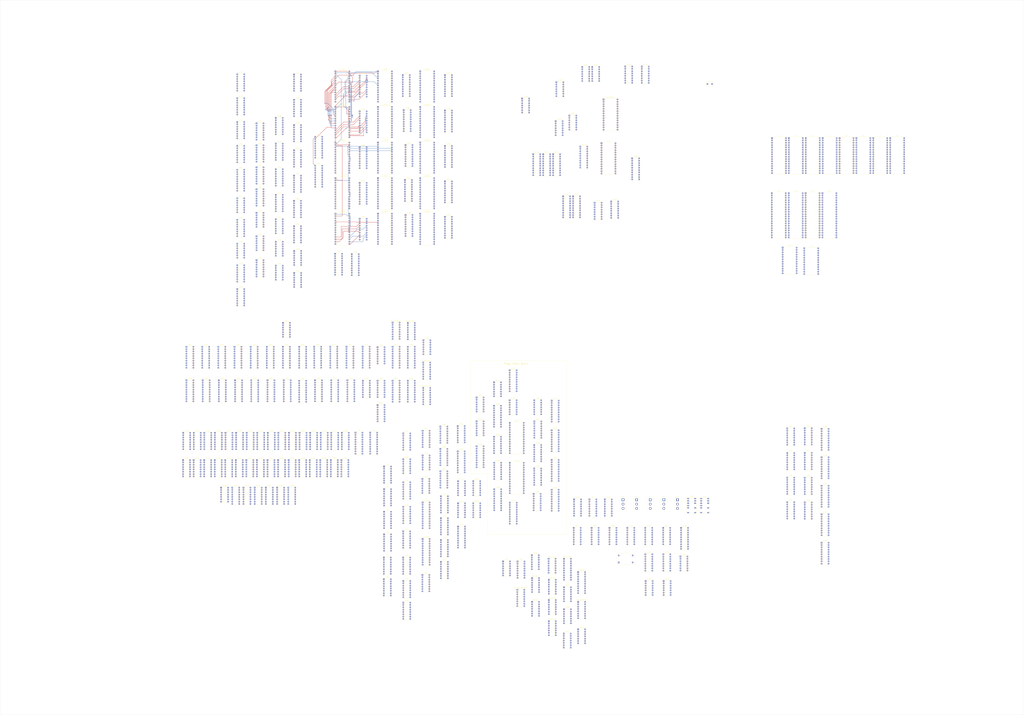
<source format=kicad_pcb>
(kicad_pcb (version 20240108) (generator "pcbnew") (generator_version "8.0")
  (layers (0 "F.Cu" signal) (31 "B.Cu" signal) (34 "B.Paste" user) (35 "F.Paste" user) (36 "B.SilkS" user "B.Silkscreen") (37 "F.SilkS" user "F.Silkscreen") (38 "B.Mask" user) (39 "F.Mask" user) (44 "Edge.Cuts" user))
  (net 0 "")
  (net 1 "data_bus0")
  (net 2 "data_bus1")
  (net 3 "data_bus2")
  (net 4 "data_bus3")
  (net 5 "data_bus4")
  (net 6 "data_bus5")
  (net 7 "data_bus6")
  (net 8 "data_bus7")
  (net 12 "GND")
  (net 13 "uart_0")
  (net 17 "buffered_wr")
  (net 18 "buffered_rd")
  (net 22 "address_bus2")
  (net 23 "address_bus1")
  (net 24 "address_bus0")
  (net 35 "VCC")
  (net 39 "uart_1")
  (net 60 "pio_1")
  (net 86 "pio_0")
  (net 109 "address_bus16")
  (net 110 "address_bus14")
  (net 111 "address_bus12")
  (net 112 "address_bus7")
  (net 113 "address_bus6")
  (net 114 "address_bus5")
  (net 115 "address_bus4")
  (net 116 "address_bus3")
  (net 117 "/mem_select_2")
  (net 118 "address_bus10")
  (net 119 "/buffered_rd_memory")
  (net 120 "address_bus11")
  (net 121 "address_bus9")
  (net 122 "address_bus8")
  (net 123 "address_bus13")
  (net 124 "/buffered_wr_memory")
  (net 125 "address_bus17")
  (net 126 "address_bus15")
  (net 128 "/mem_select_7")
  (net 130 "/mem_select_6")
  (net 132 "/mem_select_5")
  (net 134 "/mem_select_3")
  (net 136 "/mem_select_4")
  (net 138 "/mem_select_0")
  (net 140 "/mem_select_1")
  (net 141 "Net-(BIOS_ROM1A-A12)")
  (net 142 "Net-(BIOS_ROM1A-A7)")
  (net 143 "Net-(BIOS_ROM1A-A6)")
  (net 144 "Net-(BIOS_ROM1A-A5)")
  (net 145 "Net-(BIOS_ROM1A-A4)")
  (net 146 "Net-(BIOS_ROM1A-A3)")
  (net 147 "Net-(BIOS_ROM1A-A2)")
  (net 148 "Net-(BIOS_ROM1A-A1)")
  (net 149 "Net-(BIOS_ROM1A-A0)")
  (net 150 "Net-(BIOS_ROM1A-O0)")
  (net 151 "Net-(BIOS_ROM1A-O1)")
  (net 152 "Net-(BIOS_ROM1A-O2)")
  (net 153 "Net-(BIOS_ROM1A-O3)")
  (net 154 "Net-(BIOS_ROM1A-O4)")
  (net 155 "Net-(BIOS_ROM1A-O5)")
  (net 156 "Net-(BIOS_ROM1A-O6)")
  (net 157 "Net-(BIOS_ROM1A-O7)")
  (net 158 "Net-(BIOS_ROM1A-~{CE})")
  (net 159 "Net-(BIOS_ROM1A-A10)")
  (net 160 "Net-(BIOS_ROM1A-A11)")
  (net 161 "Net-(BIOS_ROM1A-A9)")
  (net 162 "Net-(BIOS_ROM1A-A8)")
  (net 163 "Net-(BIOS_ROM1A-A13)")
  (net 164 "Net-(BIOS_ROM1A-A14)")
  (net 165 "Net-(IC177-A12)")
  (net 166 "Net-(IC177-A7)")
  (net 167 "Net-(IC177-A6)")
  (net 168 "Net-(IC177-A5)")
  (net 169 "/marh_7")
  (net 170 "/marh_6")
  (net 171 "/marh_5")
  (net 172 "/marh_4")
  (net 173 "/marh_3")
  (net 174 "Net-(IC157A-1B)")
  (net 175 "Net-(IC157A-2B)")
  (net 176 "Net-(IC157A-3B)")
  (net 177 "Net-(IC157A-4B)")
  (net 178 "Net-(IC158A-1B)")
  (net 179 "Net-(IC158A-2B)")
  (net 180 "Net-(IC158A-3B)")
  (net 181 "Net-(IC158A-4B)")
  (net 182 "Net-(IC177-A10)")
  (net 183 "mdr_to_pagetable_buffer_en")
  (net 184 "Net-(IC177-A11)")
  (net 185 "Net-(IC177-A9)")
  (net 186 "Net-(IC177-A8)")
  (net 187 "Net-(IC163D-O)")
  (net 188 "Net-(IC159A-1B)")
  (net 189 "Net-(IC159A-2B)")
  (net 190 "Net-(IC159A-3B)")
  (net 191 "Net-(IC159A-4B)")
  (net 192 "Net-(IC160A-1B)")
  (net 193 "Net-(IC160A-2B)")
  (net 194 "Net-(IC160A-3B)")
  (net 195 "Net-(IC160A-4B)")
  (net 196 "Net-(IC122A-O)")
  (net 197 "/u_ad12")
  (net 198 "/u_ad7")
  (net 199 "/u_ad6")
  (net 200 "/u_ad5")
  (net 201 "/u_ad4")
  (net 202 "/u_ad3")
  (net 203 "/u_ad2")
  (net 204 "/u_ad1")
  (net 205 "/u_ad0")
  (net 206 "Net-(IC97A-D1)")
  (net 207 "Net-(IC97A-D2)")
  (net 208 "Net-(IC97A-D3)")
  (net 209 "Net-(IC97A-D4)")
  (net 210 "Net-(IC97A-D5)")
  (net 211 "Net-(IC97A-D6)")
  (net 212 "Net-(IC97A-D7)")
  (net 213 "Net-(IC97A-D8)")
  (net 214 "/u_ad10")
  (net 215 "/u_ad11")
  (net 216 "/u_ad9")
  (net 217 "/u_ad8")
  (net 218 "/u_ad13")
  (net 219 "Net-(IC94A-D1)")
  (net 220 "Net-(IC94A-D2)")
  (net 221 "Net-(IC94A-D3)")
  (net 222 "Net-(IC94A-D4)")
  (net 223 "Net-(IC94A-D5)")
  (net 224 "Net-(IC94A-D6)")
  (net 225 "Net-(IC94A-D7)")
  (net 226 "Net-(IC94A-D8)")
  (net 227 "Net-(IC95A-D1)")
  (net 228 "Net-(IC95A-D2)")
  (net 229 "Net-(IC95A-D3)")
  (net 230 "Net-(IC95A-D4)")
  (net 231 "Net-(IC95A-D5)")
  (net 232 "Net-(IC95A-D6)")
  (net 233 "Net-(IC95A-D7)")
  (net 234 "Net-(IC95A-D8)")
  (net 235 "Net-(IC96A-D1)")
  (net 236 "Net-(IC96A-D2)")
  (net 237 "Net-(IC96A-D3)")
  (net 238 "Net-(IC96A-D4)")
  (net 239 "Net-(IC96A-D5)")
  (net 240 "Net-(IC96A-D6)")
  (net 241 "Net-(IC96A-D7)")
  (net 242 "Net-(IC96A-D8)")
  (net 243 "Net-(IC98A-D1)")
  (net 244 "Net-(IC98A-D2)")
  (net 245 "Net-(IC98A-D3)")
  (net 246 "Net-(IC98A-D4)")
  (net 247 "Net-(IC98A-D5)")
  (net 248 "Net-(IC98A-D6)")
  (net 249 "Net-(IC98A-D7)")
  (net 250 "Net-(IC98A-D8)")
  (net 251 "Net-(IC99A-D1)")
  (net 252 "Net-(IC99A-D2)")
  (net 253 "Net-(IC99A-D3)")
  (net 254 "Net-(IC99A-D4)")
  (net 255 "Net-(IC99A-D5)")
  (net 256 "Net-(IC99A-D6)")
  (net 257 "Net-(IC99A-D7)")
  (net 258 "Net-(IC99A-D8)")
  (net 259 "Net-(IC100A-D1)")
  (net 260 "Net-(IC100A-D2)")
  (net 261 "Net-(IC100A-D3)")
  (net 262 "Net-(IC100A-D4)")
  (net 263 "Net-(IC100A-D5)")
  (net 264 "Net-(IC100A-D6)")
  (net 265 "Net-(IC100A-D7)")
  (net 266 "Net-(IC100A-D8)")
  (net 267 "Net-(IC101A-D1)")
  (net 268 "Net-(IC101A-D2)")
  (net 269 "Net-(IC101A-D3)")
  (net 270 "Net-(IC101A-D4)")
  (net 271 "Net-(IC101A-D5)")
  (net 272 "Net-(IC101A-D6)")
  (net 273 "Net-(IC101A-D7)")
  (net 274 "Net-(IC101A-D8)")
  (net 275 "Net-(IC102A-D1)")
  (net 276 "Net-(IC102A-D2)")
  (net 277 "Net-(IC102A-D3)")
  (net 278 "Net-(IC102A-D4)")
  (net 279 "Net-(IC102A-D5)")
  (net 280 "Net-(IC102A-D6)")
  (net 281 "Net-(IC102A-D7)")
  (net 282 "Net-(IC102A-D8)")
  (net 283 "Net-(IC103A-D1)")
  (net 284 "Net-(IC103A-D2)")
  (net 285 "Net-(IC103A-D3)")
  (net 286 "Net-(IC103A-D4)")
  (net 287 "Net-(IC103A-D5)")
  (net 288 "Net-(IC103A-D6)")
  (net 289 "Net-(IC103A-D7)")
  (net 290 "Net-(IC103A-D8)")
  (net 291 "Net-(IC104A-D1)")
  (net 292 "Net-(IC104A-D2)")
  (net 293 "Net-(IC104A-D3)")
  (net 294 "Net-(IC104A-D4)")
  (net 295 "Net-(IC104A-D5)")
  (net 296 "Net-(IC104A-D6)")
  (net 297 "Net-(IC104A-D7)")
  (net 298 "Net-(IC104A-D8)")
  (net 299 "Net-(IC105A-D1)")
  (net 300 "Net-(IC105A-D2)")
  (net 301 "Net-(IC105A-D3)")
  (net 302 "Net-(IC105A-D4)")
  (net 303 "Net-(IC105A-D5)")
  (net 304 "Net-(IC105A-D6)")
  (net 305 "Net-(IC105A-D7)")
  (net 306 "Net-(IC105A-D8)")
  (net 307 "Net-(IC106A-D1)")
  (net 308 "Net-(IC106A-D2)")
  (net 309 "Net-(IC106A-D3)")
  (net 310 "Net-(IC106A-D4)")
  (net 311 "Net-(IC106A-D5)")
  (net 312 "Net-(IC106A-D6)")
  (net 313 "Net-(IC106A-D7)")
  (net 314 "Net-(IC106A-D8)")
  (net 315 "Net-(IC107A-D1)")
  (net 316 "Net-(IC107A-D2)")
  (net 317 "Net-(IC107A-D3)")
  (net 318 "Net-(IC107A-D4)")
  (net 319 "Net-(IC107A-D5)")
  (net 320 "Net-(IC107A-D6)")
  (net 321 "Net-(IC107A-D7)")
  (net 322 "Net-(IC107A-D8)")
  (net 323 "Net-(IC108A-D1)")
  (net 324 "Net-(IC108A-D2)")
  (net 325 "Net-(IC108A-D3)")
  (net 326 "Net-(IC108A-D4)")
  (net 327 "Net-(IC108A-D5)")
  (net 328 "Net-(IC108A-D6)")
  (net 329 "Net-(IC108A-D7)")
  (net 330 "Net-(IC108A-D8)")
  (net 331 "/ybus4")
  (net 332 "/xbus4")
  (net 333 "alu_op_3")
  (net 334 "alu_op_2")
  (net 335 "alu_op_1")
  (net 336 "alu_op_0")
  (net 337 "Net-(ALU_HIGH1A-CN)")
  (net 338 "alu_mode")
  (net 339 "/alu_output_4")
  (net 340 "/alu_output_5")
  (net 341 "/alu_output_6")
  (net 342 "/alu_output_7")
  (net 345 "/alu_cf")
  (net 347 "/ybus7")
  (net 348 "/xbus7")
  (net 349 "/ybus6")
  (net 350 "/xbus6")
  (net 351 "/ybus5")
  (net 352 "/xbus5")
  (net 353 "/ybus0")
  (net 354 "/xbus0")
  (net 355 "Net-(ALU_LOW1A-CN)")
  (net 356 "/alu_output_0")
  (net 357 "/alu_output_1")
  (net 358 "/alu_output_2")
  (net 359 "/alu_output_3")
  (net 363 "/ybus3")
  (net 364 "/xbus3")
  (net 365 "/ybus2")
  (net 366 "/xbus2")
  (net 367 "/ybus1")
  (net 368 "/xbus1")
  (net 369 "rtc")
  (net 379 "timer")
  (net 380 "rst")
  (net 381 "marh_wrt")
  (net 382 "bpl_wrt")
  (net 383 "bph_wrt")
  (net 384 "pcl_wrt")
  (net 385 "~{clk}")
  (net 386 "pch_wrt")
  (net 387 "spl_wrt")
  (net 388 "sph_wrt")
  (net 390 "Net-(IC185A-A1)")
  (net 394 "clk")
  (net 395 "mdrh_wrt")
  (net 396 "tdrl_wrt")
  (net 397 "tdrh_wrt")
  (net 398 "dil_wrt")
  (net 399 "dih_wrt")
  (net 400 "sil_wrt")
  (net 401 "sih_wrt")
  (net 402 "marl_wrt")
  (net 403 "bl_wrt")
  (net 404 "bh_wrt")
  (net 405 "al_wrt")
  (net 406 "ah_wrt")
  (net 407 "mdr_in_src")
  (net 408 "mdr_out_src")
  (net 409 "mdr_out_en")
  (net 410 "mdrl_wrt")
  (net 411 "/pch0")
  (net 412 "/zbus0")
  (net 413 "/zbus1")
  (net 414 "/pch1")
  (net 415 "/pch2")
  (net 416 "/zbus2")
  (net 417 "/zbus3")
  (net 418 "/pch3")
  (net 419 "/pch4")
  (net 420 "/zbus4")
  (net 421 "/zbus5")
  (net 422 "/pch5")
  (net 423 "/pch6")
  (net 424 "/zbus6")
  (net 425 "/zbus7")
  (net 426 "/pch7")
  (net 427 "panel_rd")
  (net 428 "panel_wr")
  (net 429 "panel_mem_io")
  (net 431 "bus_mem_io")
  (net 432 "/bus_wr")
  (net 433 "/bus_rd")
  (net 434 "/mdrl_0")
  (net 435 "Net-(MDRH1A-1D)")
  (net 436 "Net-(MDRH1A-2D)")
  (net 437 "/mdrl_1")
  (net 438 "/mdrl_2")
  (net 439 "Net-(MDRH1A-3D)")
  (net 440 "Net-(MDRH1A-4D)")
  (net 441 "/mdrl_3")
  (net 442 "/mdrl_4")
  (net 443 "Net-(MDRH1A-5D)")
  (net 444 "Net-(MDRH1A-6D)")
  (net 445 "/mdrl_5")
  (net 446 "/mdrl_6")
  (net 447 "Net-(MDRH1A-7D)")
  (net 448 "Net-(MDRH1A-8D)")
  (net 449 "/mdrl_7")
  (net 450 "alu_b_src_0")
  (net 451 "alu_b_src_1")
  (net 452 "alu_b_src_2")
  (net 453 "display_reg_load")
  (net 454 "dl_wrt")
  (net 455 "dh_wrt")
  (net 456 "cl_wrt")
  (net 457 "ch_wrt")
  (net 458 "cf_in_src_2")
  (net 459 "sf_in_src_0")
  (net 460 "sf_in_src_1")
  (net 461 "of_in_src_0")
  (net 462 "of_in_src_1")
  (net 463 "of_in_src_2")
  (net 464 "rd")
  (net 465 "wr")
  (net 466 "alu_cf_in_src_0")
  (net 467 "alu_cf_in_src_1")
  (net 468 "alu_cf_in_invert")
  (net 469 "zf_in_src_0")
  (net 470 "zf_in_src_1")
  (net 471 "alu_cf_out_invert")
  (net 472 "cf_in_src_0")
  (net 473 "cf_in_src_1")
  (net 474 "alu_a_src_3")
  (net 475 "alu_a_src_4")
  (net 476 "alu_a_src_5")
  (net 477 "shift_src_0")
  (net 478 "shift_src_1")
  (net 479 "shift_src_2")
  (net 480 "zbus_in_src_0")
  (net 481 "zbus_in_src_1")
  (net 482 "alu_a_src_0")
  (net 483 "alu_a_src_1")
  (net 484 "alu_a_src_2")
  (net 485 "u_zf_in_src_0")
  (net 486 "u_zf_in_src_1")
  (net 487 "u_cf_in_src_0")
  (net 488 "u_cf_in_src_1")
  (net 489 "u_sf_in_src")
  (net 490 "u_of_in_src")
  (net 491 "ir_wrt")
  (net 492 "status_wrt")
  (net 493 "u_offset_6")
  (net 494 "cond_invert")
  (net 495 "cond_flag_src")
  (net 496 "cond_sel_0")
  (net 497 "cond_sel_1")
  (net 498 "cond_sel_2")
  (net 499 "cond_sel_3")
  (net 500 "escape")
  (net 501 "typ_0")
  (net 502 "typ_1")
  (net 503 "u_offset_0")
  (net 504 "u_offset_1")
  (net 505 "u_offset_2")
  (net 506 "u_offset_3")
  (net 507 "u_offset_4")
  (net 508 "u_offset_5")
  (net 509 "irq_vector_wrt")
  (net 510 "/irq_vector_0")
  (net 511 "Net-(IRQ_CODE1A-2D)")
  (net 512 "/irq_vector_1")
  (net 513 "/irq_vector_2")
  (net 514 "Net-(IRQ_CODE1A-3D)")
  (net 515 "Net-(IRQ_CODE1A-4D)")
  (net 516 "/irq_vector_3")
  (net 517 "/irq_vector_4")
  (net 518 "/irq_vector_5")
  (net 519 "/irq_vector_6")
  (net 520 "/irq_vector_7")
  (net 521 "~{rst}")
  (net 522 "Net-(IC81A-1Y)")
  (net 523 "Net-(IC81A-2Y)")
  (net 524 "Net-(IC82A-1Y)")
  (net 525 "Net-(IC82A-2Y)")
  (net 526 "Net-(IC83A-1Y)")
  (net 527 "Net-(IC83A-2Y)")
  (net 530 "Net-(IC77A-1Y)")
  (net 531 "Net-(IC77A-2Y)")
  (net 532 "Net-(IC78A-1Y)")
  (net 533 "Net-(IC78A-2Y)")
  (net 534 "Net-(IC79A-1Y)")
  (net 535 "Net-(IC79A-2Y)")
  (net 536 "Net-(IC80A-1Y)")
  (net 537 "Net-(IC80A-2Y)")
  (net 538 "/int_status_0")
  (net 539 "Net-(IRQ_0_DFF1A-Q)")
  (net 540 "Net-(IRQ_1_DFF1B-Q)")
  (net 541 "/int_status_1")
  (net 542 "/int_status_2")
  (net 543 "Net-(IRQ_2_DFF1A-Q)")
  (net 544 "Net-(IRQ_3_DFF1B-Q)")
  (net 545 "/int_status_3")
  (net 546 "/int_status_4")
  (net 547 "/int_status_5")
  (net 548 "/int_status_6")
  (net 549 "/int_status_7")
  (net 550 "/marh_0")
  (net 551 "Net-(IC183A-1Y)")
  (net 552 "Net-(IC183A-2Y)")
  (net 553 "/marh_1")
  (net 554 "/marh_2")
  (net 555 "Net-(IC183A-3Y)")
  (net 556 "Net-(IC183A-4Y)")
  (net 557 "Net-(IC184A-1Y)")
  (net 558 "Net-(IC184A-2Y)")
  (net 559 "Net-(IC184A-3Y)")
  (net 560 "Net-(IC184A-4Y)")
  (net 561 "/marl_0")
  (net 562 "Net-(IC181A-1Y)")
  (net 563 "Net-(IC181A-2Y)")
  (net 564 "/marl_1")
  (net 565 "/marl_2")
  (net 566 "Net-(IC181A-3Y)")
  (net 567 "Net-(IC181A-4Y)")
  (net 568 "/marl_3")
  (net 569 "/marl_4")
  (net 570 "Net-(IC182A-1Y)")
  (net 571 "Net-(IC182A-2Y)")
  (net 572 "/marl_5")
  (net 573 "/marl_6")
  (net 574 "Net-(IC182A-3Y)")
  (net 575 "Net-(IC182A-4Y)")
  (net 576 "/marl_7")
  (net 577 "Net-(IC53B-O)")
  (net 578 "/ksph0")
  (net 579 "/ksph1")
  (net 580 "/ksph2")
  (net 581 "/ksph3")
  (net 582 "/ksph4")
  (net 583 "/ksph5")
  (net 584 "/ksph6")
  (net 585 "/ksph7")
  (net 586 "/mdrh_0")
  (net 587 "/mdrh_1")
  (net 588 "/mdrh_2")
  (net 589 "/mdrh_3")
  (net 590 "/mdrh_4")
  (net 591 "/mdrh_5")
  (net 592 "/mdrh_6")
  (net 593 "/mdrh_7")
  (net 594 "Net-(IC53A-O)")
  (net 595 "/kspl0")
  (net 596 "/kspl1")
  (net 597 "/kspl2")
  (net 598 "/kspl3")
  (net 599 "/kspl4")
  (net 600 "/kspl5")
  (net 601 "/kspl6")
  (net 602 "/kspl7")
  (net 603 "/panel_address_16")
  (net 604 "/panel_address_17")
  (net 605 "/panel_address_18")
  (net 606 "/panel_address_19")
  (net 607 "address_bus19")
  (net 608 "address_bus18")
  (net 609 "ptb_wrt")
  (net 610 "Net-(IC190A-1B)")
  (net 611 "Net-(IC190A-2B)")
  (net 612 "Net-(IC190A-3B)")
  (net 613 "Net-(IC190A-4B)")
  (net 614 "Net-(IC191A-1B)")
  (net 615 "Net-(IC191A-2B)")
  (net 616 "Net-(IC191A-3B)")
  (net 617 "Net-(IC191A-4B)")
  (net 618 "/bus_tristate")
  (net 619 "Net-(IC193D-O)")
  (net 625 "/buffered_mem_io")
  (net 626 "/panel_address_0")
  (net 627 "/panel_address_1")
  (net 628 "/panel_address_2")
  (net 629 "/panel_address_3")
  (net 630 "/panel_address_4")
  (net 631 "/panel_address_5")
  (net 632 "/panel_address_6")
  (net 633 "/panel_address_7")
  (net 634 "/panel_address_8")
  (net 635 "/panel_address_9")
  (net 636 "/panel_address_10")
  (net 637 "/panel_address_11")
  (net 638 "/panel_address_12")
  (net 639 "/panel_address_13")
  (net 640 "/panel_address_14")
  (net 641 "/panel_address_15")
  (net 642 "Net-(IC120A-A1)")
  (net 646 "page_writeable")
  (net 647 "Net-(IC119A-A1)")
  (net 648 "page_present")
  (net 649 "Net-(IC119A-A2)")
  (net 650 "Net-(IC119A-A3)")
  (net 651 "address_bus21")
  (net 652 "Net-(IC119A-A4)")
  (net 653 "address_bus20")
  (net 654 "Net-(IC119B-A1)")
  (net 655 "Net-(IC119B-A2)")
  (net 656 "Net-(IC119B-A3)")
  (net 657 "Net-(IC119B-A4)")
  (net 658 "Net-(IC118A-A4)")
  (net 659 "Net-(IC118B-A1)")
  (net 660 "Net-(IC118B-A2)")
  (net 661 "Net-(IC118B-A3)")
  (net 662 "Net-(IC118B-A4)")
  (net 663 "upper_flags_wrt")
  (net 664 "irq_masks_wrt")
  (net 665 "mar_in_src")
  (net 666 "irq_ack")
  (net 667 "clear_all_irqs")
  (net 668 "page_table_we")
  (net 669 "/w0")
  (net 670 "Net-(IC115B-Y4)")
  (net 671 "/w1")
  (net 672 "Net-(IC115B-Y3)")
  (net 673 "/w2")
  (net 674 "Net-(IC115B-Y2)")
  (net 675 "/w3")
  (net 676 "Net-(IC115B-Y1)")
  (net 677 "/w4")
  (net 678 "Net-(IC115A-Y4)")
  (net 679 "/w5")
  (net 680 "Net-(IC115A-Y3)")
  (net 681 "/w6")
  (net 682 "Net-(IC115A-Y2)")
  (net 683 "/w7")
  (net 684 "Net-(IC115A-Y1)")
  (net 685 "Net-(IC113B-O)")
  (net 686 "Net-(IC114A-1Q)")
  (net 687 "Net-(IC114A-2Q)")
  (net 688 "Net-(IC114A-3Q)")
  (net 689 "Net-(IC114A-4Q)")
  (net 690 "Net-(IC114A-5Q)")
  (net 691 "Net-(IC114A-6Q)")
  (net 692 "Net-(IC114A-7Q)")
  (net 693 "Net-(IC114A-8Q)")
  (net 694 "/panel_address_20")
  (net 695 "/panel_address_21")
  (net 696 "/panel_data_0")
  (net 697 "/panel_data_1")
  (net 698 "/panel_data_2")
  (net 699 "/panel_data_3")
  (net 700 "/panel_data_4")
  (net 701 "/panel_data_5")
  (net 702 "/panel_data_6")
  (net 703 "/panel_data_7")
  (net 712 "immy_0")
  (net 713 "immy_1")
  (net 714 "immy_2")
  (net 715 "immy_3")
  (net 716 "immy_4")
  (net 717 "immy_5")
  (net 718 "immy_6")
  (net 719 "immy_7")
  (net 720 "force_user_ptb")
  (net 725 "gl_wrt")
  (net 726 "gh_wrt")
  (net 727 "/ah0")
  (net 728 "/ah1")
  (net 729 "/ah2")
  (net 730 "/ah3")
  (net 731 "/ah4")
  (net 732 "/ah5")
  (net 733 "/ah6")
  (net 734 "/ah7")
  (net 735 "/u_zf")
  (net 736 "Net-(IC17A-1Y)")
  (net 737 "Net-(IC18A-1Y)")
  (net 738 "/u_cf")
  (net 739 "/u_sf")
  (net 740 "Net-(IC19A-1Y)")
  (net 741 "Net-(IC20A-1Y)")
  (net 742 "/u_of")
  (net 747 "/pcl0")
  (net 748 "/pcl1")
  (net 749 "/pcl2")
  (net 750 "/pcl3")
  (net 751 "/pcl4")
  (net 752 "/pcl5")
  (net 753 "/pcl6")
  (net 754 "/pcl7")
  (net 755 "/dh0")
  (net 756 "/dh1")
  (net 757 "/dh2")
  (net 758 "/dh3")
  (net 759 "/dh4")
  (net 760 "/dh5")
  (net 761 "/dh6")
  (net 762 "/dh7")
  (net 763 "/dl0")
  (net 764 "/dl1")
  (net 765 "/dl2")
  (net 766 "/dl3")
  (net 767 "/dl4")
  (net 768 "/dl5")
  (net 769 "/dl6")
  (net 770 "/dl7")
  (net 771 "/ch0")
  (net 772 "/ch1")
  (net 773 "/ch2")
  (net 774 "/ch3")
  (net 775 "/ch4")
  (net 776 "/ch5")
  (net 777 "/ch6")
  (net 778 "/ch7")
  (net 779 "/cl0")
  (net 780 "/cl1")
  (net 781 "/cl2")
  (net 782 "/cl3")
  (net 783 "/cl4")
  (net 784 "/cl5")
  (net 785 "/cl6")
  (net 786 "/cl7")
  (net 787 "/bh0")
  (net 788 "/bh1")
  (net 789 "/bh2")
  (net 790 "/bh3")
  (net 791 "/bh4")
  (net 792 "/bh5")
  (net 793 "/bh6")
  (net 794 "/bh7")
  (net 795 "/bl0")
  (net 796 "/bl1")
  (net 797 "/bl2")
  (net 798 "/bl3")
  (net 799 "/bl4")
  (net 800 "/bl5")
  (net 801 "/bl6")
  (net 802 "/bl7")
  (net 803 "/spl0")
  (net 804 "/spl1")
  (net 805 "/spl2")
  (net 806 "/spl3")
  (net 807 "/spl4")
  (net 808 "/spl5")
  (net 809 "/spl6")
  (net 810 "/spl7")
  (net 811 "/al0")
  (net 812 "/al1")
  (net 813 "/al2")
  (net 814 "/al3")
  (net 815 "/al4")
  (net 816 "/al5")
  (net 817 "/al6")
  (net 818 "/al7")
  (net 819 "Net-(IC121D-O)")
  (net 820 "/ir0")
  (net 821 "/ir1")
  (net 822 "/ir2")
  (net 823 "/ir3")
  (net 824 "/ir4")
  (net 825 "/ir5")
  (net 826 "/ir6")
  (net 827 "/ir7")
  (net 828 "/status_dma_ack")
  (net 829 "/status_irq_enable")
  (net 830 "/status_cpu_mode")
  (net 831 "/status_paging_en")
  (net 832 "/status_halt")
  (net 833 "/status_display_reg_load")
  (net 834 "/status_6")
  (net 835 "/status_dir")
  (net 836 "Net-(IC31A-1Y)")
  (net 837 "Net-(IC31A-2Y)")
  (net 838 "Net-(IC32A-1Y)")
  (net 839 "Net-(IC32A-2Y)")
  (net 840 "Net-(IC33A-1Y)")
  (net 841 "Net-(IC33A-2Y)")
  (net 842 "Net-(IC34A-1Y)")
  (net 843 "Net-(IC34A-2Y)")
  (net 846 "Net-(IC165B-I0)")
  (net 847 "Net-(IC165B-I1)")
  (net 848 "Net-(IC165B-I2)")
  (net 849 "Net-(IC165A-I0)")
  (net 850 "Net-(IC165A-I1)")
  (net 851 "Net-(IC165A-I2)")
  (net 852 "Net-(IC113A-I)")
  (net 853 "/sph0")
  (net 854 "/sph1")
  (net 855 "/sph2")
  (net 856 "/sph3")
  (net 857 "/sph4")
  (net 858 "/sph5")
  (net 859 "/sph6")
  (net 860 "/sph7")
  (net 861 "/flags_zf")
  (net 862 "Net-(FLAGS1A-D1)")
  (net 863 "Net-(FLAGS1A-D2)")
  (net 864 "/flags_cf")
  (net 865 "/flags_sf")
  (net 866 "Net-(FLAGS1A-D3)")
  (net 867 "Net-(FLAGS1A-D4)")
  (net 868 "/flags_of")
  (net 869 "/flags_4")
  (net 870 "Net-(FLAGS1A-D5)")
  (net 871 "Net-(FLAGS1A-D6)")
  (net 872 "/flags_5")
  (net 873 "/flags_6")
  (net 874 "Net-(FLAGS1A-D7)")
  (net 875 "Net-(FLAGS1A-D8)")
  (net 876 "/flags_7")
  (net 877 "Net-(IC1A-1Q)")
  (net 878 "Net-(IC1A-2Q)")
  (net 879 "Net-(IC1A-3Q)")
  (net 880 "Net-(IC1A-4Q)")
  (net 881 "Net-(IC1A-5Q)")
  (net 882 "Net-(IC1A-6Q)")
  (net 883 "Net-(IC1A-7Q)")
  (net 884 "Net-(IC1A-8Q)")
  (net 885 "/irq_masks0")
  (net 886 "/irq_masks1")
  (net 887 "/irq_masks2")
  (net 888 "/irq_masks3")
  (net 889 "/irq_masks4")
  (net 890 "/irq_masks5")
  (net 891 "/irq_masks6")
  (net 892 "/irq_masks7")
  (net 893 "/tdrh0")
  (net 894 "/tdrh1")
  (net 895 "/tdrh2")
  (net 896 "/tdrh3")
  (net 897 "/tdrh4")
  (net 898 "/tdrh5")
  (net 899 "/tdrh6")
  (net 900 "/tdrh7")
  (net 901 "/tdrl0")
  (net 902 "/tdrl1")
  (net 903 "/tdrl2")
  (net 904 "/tdrl3")
  (net 905 "/tdrl4")
  (net 906 "/tdrl5")
  (net 907 "/tdrl6")
  (net 908 "/tdrl7")
  (net 909 "/dih0")
  (net 910 "/dih1")
  (net 911 "/dih2")
  (net 912 "/dih3")
  (net 913 "/dih4")
  (net 914 "/dih5")
  (net 915 "/dih6")
  (net 916 "/dih7")
  (net 917 "/dil0")
  (net 918 "/dil1")
  (net 919 "/dil2")
  (net 920 "/dil3")
  (net 921 "/dil4")
  (net 922 "/dil5")
  (net 923 "/dil6")
  (net 924 "/dil7")
  (net 925 "Net-(IC2A-1Q)")
  (net 926 "Net-(IC2A-2Q)")
  (net 927 "Net-(IC2A-3Q)")
  (net 928 "Net-(IC2A-4Q)")
  (net 929 "Net-(IC2A-5Q)")
  (net 930 "Net-(IC2A-6Q)")
  (net 931 "Net-(IC2A-7Q)")
  (net 932 "Net-(IC2A-8Q)")
  (net 933 "/sih0")
  (net 934 "/sih1")
  (net 935 "/sih2")
  (net 936 "/sih3")
  (net 937 "/sih4")
  (net 938 "/sih5")
  (net 939 "/sih6")
  (net 940 "/sih7")
  (net 941 "/sil0")
  (net 942 "/sil1")
  (net 943 "/sil2")
  (net 944 "/sil3")
  (net 945 "/sil4")
  (net 946 "/sil5")
  (net 947 "/sil6")
  (net 948 "/sil7")
  (net 949 "/bph0")
  (net 950 "/bph1")
  (net 951 "/bph2")
  (net 952 "/bph3")
  (net 953 "/bph4")
  (net 954 "/bph5")
  (net 955 "/bph6")
  (net 956 "/bph7")
  (net 957 "/bpl0")
  (net 958 "/bpl1")
  (net 959 "/bpl2")
  (net 960 "/bpl3")
  (net 961 "/bpl4")
  (net 962 "/bpl5")
  (net 963 "/bpl6")
  (net 964 "/bpl7")
  (net 965 "alu_a_src_4_muxed")
  (net 966 "Net-(IC126A-Y)")
  (net 967 "Net-(IC125A-Y)")
  (net 968 "Net-(IC124A-Y)")
  (net 969 "Net-(IC123A-Y)")
  (net 970 "Net-(IC127A-Y)")
  (net 971 "Net-(IC128A-Y)")
  (net 972 "Net-(IC129A-Y)")
  (net 973 "Net-(IC130A-Y)")
  (net 974 "alu_a_src_3_muxed")
  (net 975 "Net-(IC134A-Y)")
  (net 976 "Net-(IC133A-Y)")
  (net 977 "Net-(IC132A-Y)")
  (net 978 "Net-(IC131A-Y)")
  (net 979 "Net-(IC135A-Y)")
  (net 980 "Net-(IC136A-Y)")
  (net 981 "Net-(IC137A-Y)")
  (net 982 "Net-(IC138A-Y)")
  (net 985 "Net-(IC142A-Y)")
  (net 987 "alu_a_src_2_muxed")
  (net 988 "alu_a_src_1_muxed")
  (net 989 "alu_a_src_0_muxed")
  (net 990 "Net-(IC141A-Y)")
  (net 991 "Net-(IC140A-Y)")
  (net 992 "Net-(IC139A-Y)")
  (net 993 "Net-(IC143A-Y)")
  (net 994 "Net-(IC144A-Y)")
  (net 995 "Net-(IC145A-Y)")
  (net 996 "Net-(IC146A-Y)")
  (net 997 "Net-(IC150A-Y)")
  (net 998 "Net-(IC149A-Y)")
  (net 999 "Net-(IC148A-Y)")
  (net 1000 "Net-(IC147A-Y)")
  (net 1001 "Net-(IC151A-Y)")
  (net 1002 "Net-(IC152A-Y)")
  (net 1003 "Net-(IC153A-Y)")
  (net 1004 "Net-(IC154A-Y)")
  (net 1005 "/stop_clock")
  (net 1006 "/clk_crystal")
  (net 1007 "reset")
  (net 1008 "set")
  (net 1009 "/single_step_clk")
  (net 1010 "Net-(IC187A-R)")
  (net 1011 "Net-(IC187A-S1)")
  (net 1017 "Net-(U16-Q5)")
  (net 1018 "Net-(U16-Q4)")
  (net 1019 "Net-(U16-Q6)")
  (net 1020 "Net-(U16-Q3)")
  (net 1021 "Net-(U16-Q2)")
  (net 1022 "Net-(U16-Q1)")
  (net 1023 "Net-(U16-Q0)")
  (net 1024 "clk_10mhz")
  (net 1026 "Net-(U16-Q7)")
  (net 1031 "Net-(RN5-R8.1)")
  (net 1032 "Net-(RN5-R7.1)")
  (net 1039 "Net-(RN1-R3.1)")
  (net 1040 "Net-(RN1-R2.1)")
  (net 1041 "Net-(RN1-R1.1)")
  (net 1042 "Net-(IC164B-D)")
  (net 1043 "Net-(IC164A-D)")
  (net 1044 "/stop_clk_req")
  (net 1045 "/page_table_addr_source")
  (net 1046 "Net-(IC207D-O)")
  (net 1047 "Net-(IC207C-O)")
  (net 1048 "Net-(IC207B-O)")
  (net 1049 "Net-(IC207A-O)")
  (net 1050 "Net-(IC208D-O)")
  (net 1051 "Net-(IC208C-O)")
  (net 1052 "Net-(IC208B-O)")
  (net 1053 "Net-(IC208A-O)")
  (net 1055 "/int_request")
  (net 1059 "Net-(IC28A-Y)")
  (net 1060 "Net-(IC30A-1Y)")
  (net 1061 "Net-(IC30A-2Y)")
  (net 1062 "Net-(IC30A-3Y)")
  (net 1063 "Net-(IC30A-4Y)")
  (net 1065 "Net-(IC23A-O)")
  (net 1066 "Net-(IC27A-1Y)")
  (net 1067 "Net-(IC27A-2Y)")
  (net 1070 "Net-(IC26A-1Y)")
  (net 1071 "Net-(IC26A-2Y)")
  (net 1072 "Net-(IC26A-3Y)")
  (net 1073 "Net-(IC26A-4Y)")
  (net 1074 "Net-(IC25A-1Y)")
  (net 1075 "Net-(IC25A-2Y)")
  (net 1076 "Net-(IC25A-3Y)")
  (net 1077 "Net-(IC25A-4Y)")
  (net 1078 "Net-(IC24A-1Y)")
  (net 1079 "Net-(IC24A-2Y)")
  (net 1080 "Net-(IC24A-3Y)")
  (net 1081 "Net-(IC24A-4Y)")
  (net 1082 "/alu_of")
  (net 1086 "/alu_final_cf")
  (net 1088 "Net-(IC13A-O)")
  (net 1089 "/alu_zf")
  (net 1091 "/kbus4")
  (net 1092 "/kbus5")
  (net 1093 "/kbus6")
  (net 1094 "/kbus7")
  (net 1095 "/kbus0")
  (net 1096 "/kbus1")
  (net 1097 "/kbus2")
  (net 1098 "/kbus3")
  (net 1099 "Net-(IC109A-O)")
  (net 1103 "Net-(IC14A-1Y)")
  (net 1105 "Net-(IC113C-O)")
  (net 1106 "Net-(IC116A-G1)")
  (net 1107 "/bios_config")
  (net 1108 "/ide")
  (net 1109 "Net-(IC12A-1B)")
  (net 1110 "Net-(IC12A-2B)")
  (net 1111 "Net-(IC12A-3B)")
  (net 1112 "Net-(IC12A-4B)")
  (net 1113 "/mux_b")
  (net 1114 "/u_adder4")
  (net 1115 "/u_adder5")
  (net 1116 "/mux_a")
  (net 1117 "/u_adder13")
  (net 1118 "/u_adder12")
  (net 1119 "Net-(IC40A-C4)")
  (net 1123 "/u_adder9")
  (net 1124 "/u_adder8")
  (net 1125 "Net-(IC39A-C4)")
  (net 1126 "/u_adder11")
  (net 1127 "/u_adder10")
  (net 1128 "Net-(IC38A-C4)")
  (net 1129 "/u_adder7")
  (net 1130 "/u_adder6")
  (net 1131 "Net-(IC49A-Y)")
  (net 1133 "dma_req")
  (net 1134 "Net-(IC45B-O)")
  (net 1135 "Net-(IC44B-O)")
  (net 1136 "Net-(IC37B-O)")
  (net 1137 "/ext_input")
  (net 1138 "/int_pending")
  (net 1139 "wait")
  (net 1140 "Net-(IC50A-Y)")
  (net 1142 "/u_adder1")
  (net 1143 "/u_adder0")
  (net 1144 "/u_adder3")
  (net 1145 "/u_adder2")
  (net 1146 "/condition")
  (net 1150 "Net-(IC155A-G)")
  (net 1151 "Net-(IC75B-O)")
  (net 1156 "Net-(IC90A-D4)")
  (net 1172 "Net-(IC11A-3B)")
  (net 1173 "Net-(IC11A-4B)")
  (net 1174 "Net-(IC11A-1B)")
  (net 1175 "Net-(IC11A-2B)")
  (net 1192 "Net-(IC21A-O)")
  (net 1193 "/final_condition")
  (net 1194 "Net-(IC21B-O)")
  (net 1195 "Net-(IC13B-I1)")
  (net 1196 "Net-(IC163B-O)")
  (net 1197 "Net-(IC29A-O)")
  (net 1198 "/any_interruption")
  (net 1199 "/~{clear_all_irqs}")
  (net 1200 "Net-(IRQ_1_DFF1B-CLR)")
  (net 1201 "Net-(IRQ_2_DFF1A-CLR)")
  (net 1202 "Net-(IRQ_3_DFF1B-CLR)")
  (net 1203 "Net-(IC_10_1B-I0)")
  (net 1204 "Net-(IC_04_1A-O)")
  (net 1205 "Net-(IC_04_1B-I)")
  (net 1206 "Net-(IC113A-O)")
  (net 1207 "Net-(IC122A-I1)")
  (net 1208 "Net-(IC_10_1A-O)")
  (net 1209 "Net-(IC_02_1A-O)")
  (net 1210 "Net-(IC_04_1A-I)")
  (net 1211 "/~{addr_bus_7_to_14_alltrue}")
  (net 1213 "Net-(IC161A-I0)")
  (net 1214 "Net-(IC161A-I1)")
  (net 1217 "Net-(IC_86_2B-O)")
  (net 1218 "Net-(IC13D-I1)")
  (net 1219 "Net-(IC13C-O)")
  (net 1220 "Net-(IC51B-O)")
  (net 1221 "Net-(IC51C-O)")
  (net 1222 "Net-(IC51A-O)")
  (net 1223 "Net-(IRQ_0_DFF1A-CLR)")
  (net 1234 "Net-(IC196A-A2)")
  (net 1235 "Net-(IC196A-A1)")
  (net 1236 "Net-(MDR_OUT_MUX_1A-G)")
  (net 1237 "panel_regsel_4")
  (net 1238 "panel_regsel_3")
  (net 1239 "panel_regsel_2")
  (net 1240 "panel_regsel_1")
  (net 1241 "panel_regsel_0")
  (net 1242 "irq7")
  (net 1243 "irq6")
  (net 1244 "irq5")
  (net 1245 "irq4")
  (net 1246 "irq3")
  (net 1247 "irq2")
  (net 1248 "irq1")
  (net 1249 "irq0")
  (net 1254 "Net-(IC187C-R)")
  (net 1255 "Net-(IC187C-S)")
  (net 1256 "Net-(IC187B-R)")
  (net 1257 "Net-(IC187B-S1)")
  (net 1258 "Net-(U18-Cp)")
  (net 1259 "Net-(U18-Q0)")
  (net 1260 "Net-(IC170A-CLK)")
  (net 1262 "display_register6")
  (net 1263 "display_register5")
  (net 1264 "display_register7")
  (net 1265 "display_register4")
  (net 1267 "display_register2")
  (net 1268 "display_register1")
  (net 1269 "display_register3")
  (net 1270 "display_register0")
  (net 1271 "Net-(IRQ_0_DFF1B-Q)")
  (net 1272 "Net-(IRQ_1_DFF1A-Q)")
  (net 1273 "Net-(IRQ_2_DFF1B-Q)")
  (net 1274 "Net-(IRQ_3_DFF1A-Q)")
  (net 1282 "Net-(IRQ_AND_1A-I1)")
  (net 1283 "Net-(IC46D-O)")
  (net 1284 "Net-(IC46C-O)")
  (net 1285 "Net-(IC46B-O)")
  (net 1286 "Net-(IC46A-O)")
  (net 1287 "Net-(IC52D-O)")
  (net 1288 "Net-(IC52C-O)")
  (net 1289 "Net-(IC52B-O)")
  (net 1290 "Net-(IC52A-O)")
  (net 1292 "Net-(IRQ_0_DFF1B-CLR)")
  (net 1293 "Net-(IRQ_1_DFF1A-CLR)")
  (net 1296 "Net-(IRQ_2_DFF1B-CLR)")
  (net 1297 "Net-(IRQ_3_DFF1A-CLR)")
  (footprint "Package_DIP:DIP-20_W7.62mm" (layer "F.Cu") (at 420.91 150.855)
    (property "Reference" "IC95")
    (property "Value" "74273N")
  )
  (footprint "Package_DIP:DIP-16_W7.62mm" (layer "F.Cu") (at 329.53 158)
    (property "Reference" "IC38")
    (property "Value" "74283N")
  )
  (footprint "Package_DIP:DIP-16_W7.62mm" (layer "F.Cu") (at 440.45 444.38)
    (property "Reference" "IC183")
    (property "Value" "74157N")
  )
  (footprint "Package_DIP:DIP-20_W7.62mm" (layer "F.Cu") (at 267.483332 444)
    (property "Reference" "IC59")
    (property "Value" "74377N")
  )
  (footprint "Package_DIP:DIP-14_W7.62mm" (layer "F.Cu") (at 643.63 669.545)
    (property "Reference" "IC207")
    (property "Value" "7400N")
  )
  (footprint "Package_DIP:DIP-20_W7.62mm" (layer "F.Cu") (at 470.31 225.645)
    (property "Reference" "IC102")
    (property "Value" "74273N")
  )
  (footprint "Package_DIP:DIP-14_W7.62mm" (layer "F.Cu") (at 544.77 553.86)
    (property "Reference" "IC_10_1")
    (property "Value" "7410N")
  )
  (footprint "Package_DIP:DIP-20_W7.62mm" (layer "F.Cu") (at 924.38 589.92)
    (property "Reference" "IC204")
    (property "Value" "74244N")
  )
  (footprint "Package_DIP:DIP-14_W7.62mm" (layer "F.Cu") (at 598 136.84)
    (property "Reference" "IC165")
    (property "Value" "7427N")
  )
  (footprint "Package_DIP:DIP-24_W15.24mm" (layer "F.Cu") (at 905.55 300.13)
    (property "Reference" "U9")
    (property "Value" "M48T02-200PC1")
  )
  (footprint "Package_DIP:DIP-16_W7.62mm" (layer "F.Cu") (at 693.225511 604.84)
    (property "Reference" "RN8")
    (property "Value" "R_Pack08")
  )
  (footprint "Package_DIP:DIP-16_W7.62mm" (layer "F.Cu") (at 285.99333 530.92)
    (property "Reference" "IC144")
    (property "Value" "74151N")
  )
  (footprint "Package_DIP:DIP-20_W7.62mm" (layer "F.Cu") (at 513.91 265.84)
    (property "Reference" "IC108")
    (property "Value" "74273N")
  )
  (footprint "Oscillator:Oscillator_DIP-14" (layer "F.Cu") (at 703.225511 642.495)
    (property "Reference" "X1")
    (property "Value" "ACO-10MHz")
  )
  (footprint "Package_DIP:DIP-16_W7.62mm" (layer "F.Cu") (at 306.53 560.92)
    (property "Reference" "IC166")
    (property "Value" "74153N")
  )
  (footprint "Package_DIP:DIP-14_W7.62mm" (layer "F.Cu") (at 349.53 327)
    (property "Reference" "IC35")
    (property "Value" "7408N")
  )
  (footprint "Package_DIP:DIP-28_W15.24mm" (layer "F.Cu") (at 394.535 107.3)
    (property "Reference" "U_ROM1")
    (property "Value" "27512")
  )
  (footprint "Package_DIP:DIP-16_W7.62mm" (layer "F.Cu") (at 251.657332 501.22)
    (property "Reference" "IC125")
    (property "Value" "74151N")
  )
  (footprint "Package_DIP:DIP-20_W7.62mm" (layer "F.Cu") (at 630.18 563.23875)
    (property "Reference" "IC120")
    (property "Value" "74244N")
  )
  (footprint "Package_DIP:DIP-16_W7.62mm" (layer "F.Cu") (at 906 496.125)
    (property "Reference" "SW6")
    (property "Value" "SW_DIP_x08")
  )
  (footprint "Package_DIP:DIP-16_W7.62mm" (layer "F.Cu") (at 297.501996 530.92)
    (property "Reference" "IC145")
    (property "Value" "74151N")
  )
  (footprint "Package_DIP:DIP-16_W7.62mm" (layer "F.Cu") (at 228.45 530.92)
    (property "Reference" "IC139")
    (property "Value" "74151N")
  )
  (footprint "Package_DIP:DIP-20_W7.62mm" (layer "F.Cu") (at 473.45 444.38)
    (property "Reference" "MDRH1")
    (property "Value" "74377N")
  )
  (footprint "Package_DIP:DIP-16_W7.62mm" (layer "F.Cu") (at 447.53 611.92)
    (property "Reference" "IC6")
    (property "Value" "74253N")
  )
  (footprint "Package_DIP:DIP-16_W7.62mm" (layer "F.Cu") (at 567.38 505.445)
    (property "Reference" "IC190")
    (property "Value" "74257N")
  )
  (footprint "Package_DIP:DIP-16_W7.62mm" (layer "F.Cu") (at 447.53 587.253332)
    (property "Reference" "IC5")
    (property "Value" "74253N")
  )
  (footprint "Package_DIP:DIP-20_W7.62mm" (layer "F.Cu") (at 249.816666 444)
    (property "Reference" "IC57")
    (property "Value" "74377N")
  )
  (footprint "Package_DIP:DIP-16_W7.62mm" (layer "F.Cu") (at 695.05 249.125)
    (property "Reference" "IC156")
    (property "Value" "74257N")
  )
  (footprint "Package_DIP:DIP-16_W7.62mm" (layer "F.Cu") (at 673.725511 604.84)
    (property "Reference" "SW4")
    (property "Value" "SW_DIP_x08")
  )
  (footprint "Package_DIP:DIP-14_W7.62mm" (layer "F.Cu") (at 643.63 693.545)
    (property "Reference" "IC208")
    (property "Value" "7400N")
  )
  (footprint "Package_DIP:DIP-20_W7.62mm" (layer "F.Cu") (at 371.38 407.3)
    (property "Reference" "IC68")
    (property "Value" "74377N")
  )
  (footprint "Package_DIP:DIP-16_W7.62mm" (layer "F.Cu") (at 251.467332 530.92)
    (property "Reference" "IC141")
    (property "Value" "74151N")
  )
  (footprint "Package_DIP:DIP-14_W7.62mm" (layer "F.Cu") (at 528.15 577.92)
    (property "Reference" "IC_04_1")
    (property "Value" "7404N")
  )
  (footprint "Package_DIP:DIP-14_W7.62mm" (layer "F.Cu") (at 663.53 102.46)
    (property "Reference" "IC161")
    (property "Value" "7408N")
  )
  (footprint "Package_DIP:DIP-20_W7.62mm" (layer "F.Cu") (at 924.38 620.92)
    (property "Reference" "IC206")
    (property "Value" "74244N")
  )
  (footprint "Package_DIP:DIP-20_W7.62mm" (layer "F.Cu") (at 412.38 306.46)
    (property "Reference" "IC36")
    (property "Value" "74377N")
  )
  (footprint "Package_DIP:DIP-14_W7.62mm" (layer "F.Cu") (at 627.15 683.46)
    (property "Reference" "IRQ_2_DFF1")
    (property "Value" "7474N")
  )
  (footprint "Package_DIP:DIP-40_W15.24mm" (layer "F.Cu") (at 925.35 239.98)
    (property "Reference" "U14")
    (property "Value" "16550")
  )
  (footprint "Package_DIP:DIP-32_W15.24mm" (layer "F.Cu") (at 943.975 179.95)
    (property "Reference" "U5")
    (property "Value" "as6c4008-55pcn")
  )
  (footprint "Package_DIP:DIP-16_W7.62mm" (layer "F.Cu") (at 274.714664 501.22)
    (property "Reference" "IC127")
    (property "Value" "74151N")
  )
  (footprint "Package_DIP:DIP-20_W7.62mm" (layer "F.Cu") (at 470.91 263.76)
    (property "Reference" "IC103")
    (property "Value" "74273N")
  )
  (footprint "Package_DIP:DIP-20_W7.62mm" (layer "F.Cu") (at 467.91 111.3)
    (property "Reference" "IC99")
    (property "Value" "74273N")
  )
  (footprint "Package_DIP:DIP-16_W7.62mm" (layer "F.Cu") (at 712.725511 604.84)
    (property "Reference" "U16")
    (property "Value" "4040")
  )
  (footprint "Package_DIP:DIP-20_W7.62mm" (layer "F.Cu") (at 661.465 189.2)
    (property "Reference" "IC110")
    (property "Value" "74245N")
  )
  (footprint "Package_DIP:DIP-14_W7.62mm" (layer "F.Cu") (at 287.53 245.548885)
    (property "Reference" "IC44")
    (property "Value" "7432N")
  )
  (footprint "Package_DIP:DIP-16_W7.62mm" (layer "F.Cu") (at 468.35 637.14)
    (property "Reference" "IC16")
    (property "Value" "74257N")
  )
  (footprint "Package_DIP:DIP-20_W7.62mm" (layer "F.Cu") (at 513.91 149.935)
    (property "Reference" "IC105")
    (property "Value" "74273N")
  )
  (footprint "Package_DIP:DIP-14_W7.62mm" (layer "F.Cu") (at 489.35 551.46)
    (property "Reference" "IC51")
    (property "Value" "7427N")
  )
  (footprint "Package_DIP:DIP-16_W7.62mm" (layer "F.Cu") (at 887 550.016666)
    (property "Reference" "RN5")
    (property "Value" "R_Pack08")
  )
  (footprint "Package_DIP:DIP-16_W7.62mm" (layer "F.Cu") (at 489.53 498.92)
    (property "Reference" "IC87")
    (property "Value" "74153N")
  )
  (footprint "Package_DIP:DIP-16_W7.62mm" (layer "F.Cu") (at 287.53 162.455554)
    (property "Reference" "IC19")
    (property "Value" "74257N")
  )
  (footprint "Package_DIP:DIP-16_W7.62mm" (layer "F.Cu") (at 906 577.125)
    (property "Reference" "SW9")
    (property "Value" "SW_DIP_x08")
  )
  (footprint "Package_DIP:DIP-20_W7.62mm" (layer "F.Cu") (at 287.53 214.451108)
    (property "Reference" "IC22")
    (property "Value" "74273N")
  )
  (footprint "Package_DIP:DIP-40_W15.24mm" (layer "F.Cu") (at 888.55 239.98)
    (property "Reference" "U12")
    (property "Value" "8255")
  )
  (footprint "Package_DIP:DIP-20_W7.62mm" (layer "F.Cu") (at 420.91 189.835)
    (property "Reference" "IC96")
    (property "Value" "74273N")
  )
  (footprint "Package_DIP:DIP-14_W7.62mm" (layer "F.Cu") (at 626.83 638.46)
    (property "Reference" "IRQ_0_DFF1")
    (property "Value" "7474N")
  )
  (footprint "Package_DIP:DIP-20_W7.62mm" (layer "F.Cu") (at 528.15 603.38)
    (property "Reference" "IC47")
    (property "Value" "74244N")
  )
  (footprint "Package_DIP:DIP-16_W7.62mm" (layer "F.Cu") (at 440.45 407.84)
    (property "Reference" "IC181")
    (property "Value" "74157N")
  )
  (footprint "Package_DIP:DIP-20_W7.62mm" (layer "F.Cu") (at 584.38 433)
    (property "Reference" "IC197")
    (property "Value" "74244N")
  )
  (footprint "Package_DIP:DIP-20_W7.62mm" (layer "F.Cu") (at 355 444.46)
    (property "Reference" "IC85")
    (property "Value" "74377N")
  )
  (footprint "Package_DIP:DIP-16_W7.62mm" (layer "F.Cu") (at 366.943992 501.22)
    (property "Reference" "IC135")
    (property "Value" "74151N")
  )
  (footprint "Package_DIP:DIP-14_W7.62mm" (layer "F.Cu") (at 659 715.38)
    (property "Reference" "IC46")
    (property "Value" "7400N")
  )
  (footprint "Package_DIP:DIP-20_W7.62mm" (layer "F.Cu") (at 527.77 521.46)
    (property "Reference" "FLAGS1")
    (property "Value" "74273N")
  )
  (footprint "Package_DIP:DIP-16_W7.62mm" (layer "F.Cu") (at 294.316667 560.92)
    (property "Reference" "IC112")
    (property "Value" "74257N")
  )
  (footprint "Package_DIP:DIP-16_W7.62mm" (layer "F.Cu") (at 611.18 514.48625)
    (property "Reference" "IC158")
    (property "Value" "74257N")
  )
  (footprint "Package_DIP:DIP-20_W7.62mm" (layer "F.Cu") (at 771.225511 604.84)
    (property "Reference" "IC185")
    (property "Value" "74244N")
  )
  (footprint "Package_DIP:DIP-20_W7.62mm" (layer "F.Cu") (at 389.933328 443.92)
    (property "Reference" "IC71")
    (property "Value" "74377N")
  )
  (footprint "Package_DIP:DIP-16_W7.62mm" (layer "F.Cu") (at 378.062658 530.92)
    (property "Reference" "IC152")
    (property "Value" "74151N")
  )
  (footprint "Package_DIP:DIP-16_W7.62mm" (layer "F.Cu") (at 287.53 110.46)
    (property "Reference" "IC17")
    (property "Value" "74153N")
  )
  (footprint "Package_DIP:DIP-16_W7.62mm" (layer "F.Cu") (at 332.027994 530.92)
    (property "Reference" "IC148")
    (property "Value" "74151N")
  )
  (footprint "Package_DIP:DIP-28_W15.24mm" (layer "F.Cu") (at 486.91 184.82)
    (property "Reference" "U_ROM13")
    (property "Value" "27512")
  )
  (footprint "Package_DIP:DIP-16_W7.62mm" (layer "F.Cu") (at 447.35 660.680555)
    (property "Reference" "IC8")
    (property "Value" "74153N")
  )
  (footprint "Package_DIP:DIP-16_W7.62mm" (layer "F.Cu") (at 349.39 193.32)
    (property "Reference" "IC80")
    (property "Value" "74153N")
  )
  (footprint "Package_DIP:DIP-20_W7.62mm" (layer "F.Cu") (at 659 653.005)
    (property "Reference" "IRQ_CODE1")
    (property "Value" "74377N")
  )
  (footprint "Package_DIP:DIP-16_W7.62mm" (layer "F.Cu") (at 468.53 501.9)
    (property "Reference" "IC14")
    (property "Value" "74153N")
  )
  (footprint "Package_DIP:DIP-14_W7.62mm" (layer "F.Cu") (at 608.63 634.545)
    (property "Reference" "IC193")
    (property "Value" "7404N")
  )
  (footprint "Package_DIP:DIP-20_W7.62mm" (layer "F.Cu") (at 266.93 407.38)
    (property "Reference" "IC58")
    (property "Value" "74377N")
  )
  (footprint "Package_DIP:DIP-20_W7.62mm" (layer "F.Cu") (at 232.15 407.38)
    (property "Reference" "IC54")
    (property "Value" "74377N")
  )
  (footprint "Package_DIP:DIP-32_W15.24mm" (layer "F.Cu") (at 925.575 179.95)
    (property "Reference" "U4")
    (property "Value" "as6c4008-55pcn")
  )
  (footprint "Package_DIP:DIP-16_W7.62mm" (layer "F.Cu") (at 468.53 555.14)
    (property "Reference" "IC11")
    (property "Value" "74257N")
  )
  (footprint "Package_DIP:DIP-20_W7.62mm" (layer "F.Cu") (at 406.58 407.3)
    (property "Reference" "IC72")
    (property "Value" "74377N")
  )
  (footprint "Package_DIP:DIP-16_W7.62mm" (layer "F.Cu") (at 508.97 494.33)
    (property "Reference" "IC88")
    (property "Value" "74151N")
  )
  (footprint "Package_DIP:DIP-16_W7.62mm" (layer "F.Cu") (at 710.38 101.92)
    (property "Reference" "IC116")
    (property "Value" "74138N")
  )
  (footprint "Package_DIP:DIP-32_W15.24mm" (layer "F.Cu") (at 980.775 179.95)
    (property "Reference" "U7")
    (property "Value" "as6c4008-55pcn")
  )
  (footprint "Package_DIP:DIP-16_W7.62mm" (layer "F.Cu") (at 468.53 581.84)
    (property "Reference" "IC12")
    (property "Value" "74257N")
  )
  (footprint "Package_DIP:DIP-16_W7.62mm" (layer "F.Cu") (at 732.365511 633.635)
    (property "Reference" "U18")
    (property "Value" "74LS173")
  )
  (footprint "Package_DIP:DIP-16_W7.62mm" (layer "F.Cu") (at 287.53 269.046662)
    (property "Reference" "IC30")
    (property "Value" "74257N")
  )
  (footprint "Package_DIP:DIP-16_W7.62mm" (layer "F.Cu") (at 468.53 686.235557)
    (property "Reference" "IC10")
    (property "Value" "74153N")
  )
  (footprint "Package_DIP:DIP-20_W7.62mm" (layer "F.Cu") (at 285.149998 444)
    (property "Reference" "IC61")
    (property "Value" "74377N")
  )
  (footprint "Package_DIP:DIP-16_W7.62mm" (layer "F.Cu") (at 906 550.125)
    (property "Reference" "SW8")
    (property "Value" "SW_DIP_x08")
  )
  (footprint "Package_DIP:DIP-16_W7.62mm" (layer "F.Cu") (at 349.39 110.6775)
    (property "Reference" "IC77")
    (property "Value" "74153N")
  )
  (footprint "Package_DIP:DIP-24_W7.62mm" (layer "F.Cu") (at 489.53 577.14)
    (property "Reference" "ALU_LOW1")
    (property "Value" "74181N")
  )
  (footprint "Package_DIP:DIP-32_W15.24mm" (layer "F.Cu") (at 999.175 179.95)
    (property "Reference" "U8")
    (property "Value" "as6c4008-55pcn")
  )
  (footprint "Package_DIP:DIP-20_W7.62mm" (layer "F.Cu") (at 319.73 407.38)
    (property "Reference" "IC64")
    (property "Value" "74377N")
  )
  (footprint "Package_DIP:DIP-20_W7.62mm" (layer "F.Cu") (at 249.33 407.38)
    (property "Reference" "IC56")
    (property "Value" "74377N")
  )
  (footprint "Package_DIP:DIP-16_W7.62mm" (layer "F.Cu") (at 329.53 213.946666)
    (property "Reference" "IC40")
    (property "Value" "74283N")
  )
  (footprint "Package_DIP:DIP-28_W15.24mm" (layer "F.Cu") (at 440.91 107.3)
    (property "Reference" "U_ROM6")
    (property "Value" "27512")
  )
  (footprint "Package_DIP:DIP-16_W7.62mm" (layer "F.Cu") (at 343.88666 501.22)
    (property "Reference" "IC133")
    (property "Value" "74151N")
  )
  (footprint "Package_DIP:DIP-14_W7.62mm" (layer "F.Cu") (at 528.15 554)
    (property "Reference" "IC_02_1")
    (property "Value" "7402N")
  )
  (footprint "Package_DIP:DIP-16_W7.62mm" (layer "F.Cu") (at 308.53 187.84)
    (property "Reference" "IC25")
    (property "Value" "74257N")
  )
  (footprint "Package_DIP:DIP-40_W15.24mm" (layer "F.Cu") (at 870.15 239.98)
    (property "Reference" "U11")
    (property "Value" "8255")
  )
  (footprint "Package_DIP:DIP-16_W7.62mm" (layer "F.Cu") (at 366.553992 530.92)
    (property "Reference" "IC151")
    (property "Value" "74151N")
  )
  (footprint "Package_DIP:DIP-16_W7.62mm" (layer "F.Cu") (at 320.829328 501.22)
    (property "Reference" "IC131")
    (property "Value" "74151N")
  )
  (footprint "Package_DIP:DIP-20_W7.62mm" (layer "F.Cu") (at 372.266662 443.92)
    (property "Reference" "IC69")
    (property "Value" "74377N")
  )
  (footprint "Package_DIP:DIP-14_W7.62mm" (layer "F.Cu") (at 548.38 488.695)
    (property "Reference" "IC192")
    (property "Value" "7432N")
  )
  (footprint "Package_DIP:DIP-14_W7.62mm" (layer "F.Cu") (at 544.77 578)
    (property "Reference" "IC_86_2")
    (property "Value" "7486N")
  )
  (footprint "Package_DIP:DIP-16_W7.62mm" (layer "F.Cu") (at 456.83 381.045)
    (property "Reference" "MDR_IN_MUX_1")
    (property "Value" "74157N")
  )
  (footprint "Package_DIP:DIP-16_W7.62mm" (layer "F.Cu") (at 390.001324 501.22)
    (property "Reference" "IC137")
    (property "Value" "74151N")
  )
  (footprint "Package_DIP:DIP-16_W7.62mm" (layer "F.Cu") (at 297.771996 501.22)
    (property "Reference" "IC129")
    (property "Value" "74151N")
  )
  (footprint "Package_DIP:DIP-20_W7.62mm" (layer "F.Cu") (at 456.83 444.38)
    (property "Reference" "MARH1")
    (property "Value" "74377N")
  )
  (footprint "Package_DIP:DIP-28_W15.24mm" (layer "F.Cu") (at 584.56 533.92)
    (property "Reference" "IC178")
    (property "Value" "58C256P")
  )
  (footprint "Package_DIP:DIP-20_W7.62mm" (layer "F.Cu") (at 924.38 496.92)
    (property "Reference" "IC198")
    (property "Value" "74244N")
  )
  (footprint "Package_DIP:DIP-28_W15.24mm" (layer "F.Cu") (at 440.91 146.06)
    (property "Reference" "U_ROM7")
    (property "Value" "27512")
  )
  (footprint "Package_DIP:DIP-16_W7.62mm" (layer "F.Cu") (at 424.45 444.38)
    (property "Reference" "IC182")
    (property "Value" "74157N")
  )
  (footprint "Package_DIP:DIP-20_W7.62mm" (layer "F.Cu") (at 567.56 562.78)
    (property "Reference" "IC180")
    (property "Value" "74244N")
  )
  (footprint "Package_DIP:DIP-16_W7.62mm" (layer "F.Cu") (at 906 523.125)
    (property "Reference" "SW7")
    (property "Value" "SW_DIP_x08")
  )
  (footprint "Package_DIP:DIP-16_W7.62mm" (layer "F.Cu") (at 610.56 567.77875)
    (property "Reference" "IC160")
    (property "Value" "74257N")
  )
  (footprint "Package_DIP:DIP-16_W7.62mm" (layer "F.Cu") (at 320.519328 530.92)
    (property "Reference" "IC147")
    (property "Value" "74151N")
  )
  (footprint "Package_DIP:DIP-14_W7.62mm" (layer "F.Cu") (at 627.15 706.46)
    (property "Reference" "IRQ_3_DFF1")
    (property "Value" "7474N")
  )
  (footprint "Package_DIP:DIP-20_W7.62mm" (layer "F.Cu") (at 355 407.46)
    (property "Reference" "IC84")
    (property "Value" "74377N")
  )
  (footprint "Package_DIP:DIP-14_W7.62mm" (layer "F.Cu") (at 337.38 381.375)
    (property "Reference" "IC53")
    (property "Value" "7432N")
  )
  (footprint "Package_DIP:DIP-20_W7.62mm" (layer "F.Cu") (at 420.91 228.815)
    (property "Reference" "IC97")
    (property "Value" "74273N")
  )
  (footprint "Package_DIP:DIP-28_W15.24mm" (layer "F.Cu") (at 440.91 184.82)
    (property "Reference" "U_ROM8")
    (property "Value" "27512")
  )
  (footprint "Package_DIP:DIP-14_W7.62mm" (layer "F.Cu") (at 584.38 465.695)
    (property "Reference" "IC163")
    (property "Value" "7404N")
  )
  (footprint "Package_DIP:DIP-16_W7.62mm" (layer "F.Cu") (at 389.571324 530.92)
    (property "Reference" "IC153")
    (property "Value" "74151N")
  )
  (footprint "Package_DIP:DIP-28_W15.24mm" (layer "F.Cu") (at 394.535 184.82)
    (property "Reference" "U_ROM3")
    (property "Value" "27512")
  )
  (footprint "kicad_models:SW_100SP1T1B4M2QE" (layer "F.Cu") (at 708.003978 578.89)
    (property "Reference" "SW12")
    (property "Value" "SW_SPST")
  )
  (footprint "Package_DIP:DIP-16_W7.62mm" (layer "F.Cu") (at 527.77 493.84)
    (property "Reference" "IC93")
    (property "Value" "74257N")
  )
  (footprint "Package_DIP:DIP-20_W7.62mm" (layer "F.Cu") (at 470.91 187.53)
    (property "Reference" "IC101")
    (property "Value" "74273N")
  )
  (footprint "kicad_models:SW_100SP1T1B4M2QE" (layer "F.Cu") (at 767.32194 578.89)
    (property "Reference" "SW11")
    (property "Value" "SW_SPST")
  )
  (footprint "Package_DIP:DIP-16_W7.62mm" (layer "F.Cu") (at 751.725511 604.84)
    (property "Reference" "SW5")
    (property "Value" "SW_DIP_x08")
  )
  (footprint "Package_DIP:DIP-16_W7.62mm" (layer "F.Cu") (at 343.170001 560.92)
    (property "Reference" "IC169")
    (property "Value" "74153N")
  )
  (footprint "Package_DIP:DIP-20_W7.62mm" (layer "F.Cu") (at 388.98 407.3)
    (property "Reference" "IC70")
    (property "Value" "74377N")
  )
  (footprint "Package_DIP:DIP-20_W7.62mm" (layer "F.Cu") (at 513.91 188.57)
    (property "Reference" "IC106")
    (property "Value" "74273N")
  )
  (footprint "Package_DIP:DIP-28_W15.24mm" (layer "F.Cu") (at 486.91 107.3)
    (property "Reference" "U_ROM11")
    (property "Value" "27512")
  )
  (footprint "Package_DIP:DIP-16_W7.62mm" (layer "F.Cu") (at 447.53 537.92)
    (property "Reference" "IC3")
    (property "Value" "74253N")
  )
  (footprint "Package_DIP:DIP-16_W7.62mm" (layer "F.Cu") (at 239.958666 530.92)
    (property "Reference" "IC140")
    (property "Value" "74151N")
  )
  (footprint "Package_DIP:DIP-20_W7.62mm" (layer "F.Cu") (at 610.055 197.5)
    (property "Reference" "IC172")
    (property "Value" "74244N")
  )
  (footprint "Package_DIP:DIP-16_W7.62mm" (layer "F.Cu") (at 887 576.795)
    (property "Reference" "RN6")
    (property "Value" "R_Pack08")
  )
  (footprint "Package_DIP:DIP-16_W7.62mm" (layer "F.Cu") (at 447.35 637.125)
    (property "Reference" "IC7")
    (property "Value" "74153N")
  )
  (footprint "Package_DIP:DIP-20_W7.62mm" (layer "F.Cu") (at 407.6 443.92)
    (property "Reference" "IC73")
    (property "Value" "74377N")
  )
  (footprint "Package_DIP:DIP-16_W7.62mm" (layer "F.Cu") (at 343.53666 530.92)
    (property "Reference" "IC149")
    (property "Value" "74151N")
  )
  (footprint "Package_DIP:DIP-16_W7.62mm" (layer "F.Cu") (at 228.6 501.22)
    (property "Reference" "IC123")
    (property "Value" "74151N")
  )
  (footprint "Package_DIP:DIP-20_W7.62mm" (layer "F.Cu") (at 630.18 466.07875)
    (property "Reference" "IC117")
    (property "Value" "74244N")
  )
  (footprint "Package_DIP:DIP-16_W7.62mm" (layer "F.Cu") (at 274.484664 530.92)
    (property "Reference" "IC143")
    (property "Value" "74151N")
  )
  (footprint "Package_DIP:DIP-20_W7.62mm" (layer "F.Cu") (at 337.33 407.38)
    (property "Reference" "IC66")
    (property "Value" "74377N")
  )
  (footprint "Package_DIP:DIP-20_W7.62mm" (layer "F.Cu") (at 643.63 638.545)
    (property "Reference" "IRQ_STATUS_1")
    (property "Value" "74273N")
  )
  (footprint "Package_DIP:DIP-20_W7.62mm" (layer "F.Cu") (at 620.905 197.5)
    (property "Reference" "IC173")
    (property "Value" "74244N")
  )
  (footprint "Package_DIP:DIP-14_W7.62mm" (layer "F.Cu") (at 770.605511 636.015)
    (property "Reference" "U35")
    (property "Value" "74HC04")
  )
  (footprint "Package_DIP:DIP-20_W7.62mm" (layer "F.Cu") (at 631.755 197.5)
    (property "Reference" "IC174")
    (property "Value" "74244N")
  )
  (footprint "Package_DIP:DIP-32_W15.24mm" (layer "F.Cu") (at 907.175 179.95)
    (property "Reference" "U3")
    (property "Value" "as6c4008-55pcn")
  )
  (footprint "kicad_models:SW_100SP1T1B4M2QE" (layer "F.Cu") (at 752.492445 578.89)
    (property "Reference" "SW1")
    (property "Value" "SW_SPST")
  )
  (footprint "Package_DIP:DIP-16_W7.62mm" (layer "F.Cu") (at 318.743333 560.92)
    (property "Reference" "IC167")
    (property "Value" "74153N")
  )
  (footprint "Package_DIP:DIP-16_W7.62mm" (layer "F.Cu") (at 490.25 452.305)
    (property "Reference" "MDR_OUT_MUX_2")
    (property "Value" "74157N")
  )
  (footprint "Package_DIP:DIP-16_W7.62mm" (layer "F.Cu") (at 355.415326 501.22)
    (property "Reference" "IC134")
    (property "Value" "74151N")
  )
  (footprint "Package_DIP:DIP-16_W7.62mm" (layer "F.Cu") (at 378.472658 501.22)
    (property "Reference" "IC136")
    (property "Value" "74151N")
  )
  (footprint "Package_DIP:DIP-14_W7.62mm" (layer "F.Cu") (at 490.45 400.22)
    (property "Reference" "U19")
    (property "Value" "74HC04")
  )
  (footprint "Package_DIP:DIP-16_W7.62mm" (layer "F.Cu") (at 732.225511 604.84)
    (property "Reference" "SW2")
    (property "Value" "SW_DIP_x08")
  )
  (footprint "Package_DIP:DIP-16_W7.62mm" (layer "F.Cu") (at 887 496.46)
    (property "Reference" "RN3")
    (property "Value" "R_Pack08")
  )
  (footprint "Package_DIP:DIP-16_W7.62mm" (layer "F.Cu") (at 751.985511 633.635)
    (property "Reference" "IC175")
    (property "Value" "74279N")
  )
  (footprint "Package_DIP:DIP-16_W7.62mm" (layer "F.Cu") (at 401.53 501.22)
    (property "Reference" "IC138")
    (property "Value" "74151N")
  )
  (footprint "Package_DIP:DIP-16_W7.62mm" (layer "F.Cu") (at 287.53 136.457777)
    (property "Reference" "IC18")
    (property "Value" "74153N")
  )
  (footprint "Package_DIP:DIP-16_W7.62mm" (layer "F.Cu") (at 287.53 188.453331)
    (property "Reference" "IC20")
    (property "Value" "74257N")
  )
  (footprint "Package_DIP:DIP-16_W7.62mm" (layer "F.Cu") (at 308.53 211.8)
    (property "Reference" "IC26")
    (property "Value" "74257N")
  )
  (footprint "Package_DIP:DIP-16_W7.62mm" (layer "F.Cu") (at 509.53 641.92)
    (property "Reference" "IC34")
    (property "Value" "74253N")
  )
  (footprint "Package_DIP:DIP-16_W7.62mm" (layer "F.Cu") (at 489.35 656.125)
    (property "Reference" "IC28")
    (property "Value" "74151N")
  )
  (footprint "Package_DIP:DIP-16_W7.62mm" (layer "F.Cu") (at 509.53 570.3)
    (property "Reference" "IC31")
    (property "Value" "74253N")
  )
  (footprint "Package_DIP:DIP-14_W7.62mm" (layer "F.Cu") (at 269.890001 560.92)
    (property "Reference" "IC109")
    (property "Value" "7427N")
  )
  (footprint "kicad_models:SW_100SP1T1B4M2QE" (layer "F.Cu") (at 722.833467 578.89)
    (property "Reference" "SW13")
    (property "Value" "SW_SPST")
  )
  (footprint "Package_DIP:DIP-20_W7.62mm" (layer "F.Cu") (at 653.525 243.5)
    (property "Reference" "IC115")
    (property "Value" "74244N")
  )
  (footprint "Package_DIP:DIP-20_W7.62mm" (layer "F.Cu") (at 394.15 306)
    (property "Reference" "IC42")
    (property "Value" "74377N")
  )
  (footprint "Package_DIP:DIP-16_W7.62mm" (layer "F.Cu") (at 677 250.38)
    (property "Reference" "IC155")
    (property "Value" "74257N")
  )
  (footprint "Package_DIP:DIP-20_W7.62mm" (layer "F.Cu") (at 513.91 111.3)
    (property "Reference" "IC104")
    (property "Value" "74273N")
  )
  (footprint "Package_DIP:DIP-16_W7.62mm" (layer "F.Cu") (at 332.357994 501.22)
    (property "Reference" "IC132")
    (property "Value" "74151N")
  )
  (footprint "Package_DIP:DIP-16_W7.62mm" (layer "F.Cu") (at 349.39 138.225)
    (property "Reference" "IC78")
    (property "Value" "74153N")
  )
  (footprint "Package_DIP:DIP-16_W7.62mm" (layer "F.Cu") (at 287.53 318.542216)
    (property "Reference" "IC49")
    (property "Value" "74151N")
  )
  (footprint "Package_DIP:DIP-16_W7.62mm" (layer "F.Cu") (at 349.39 275.9625)
    (property "Reference" "IC83")
    (property "Value" "74153N")
  )
  (footprint "Package_DIP:DIP-16_W7.62mm" (layer "F.Cu") (at 468.35 608.68)
    (property "Reference" "IC15")
    (property "Value" "74257N")
  )
  (footprint "Package_DIP:DIP-16_W7.62mm" (layer "F.Cu") (at 611.18 540.1325)
    (property "Reference" "IC159")
    (property "Value" "74257N")
  )
  (footprint "Package_DIP:DIP-24_W7.62mm" (layer "F.Cu") (at 489.53 616.92)
    (property "Reference" "ALU_HIGH1")
    (property "Value" "74181N")
  )
  (footprint "Package_DIP:DIP-14_W7.62mm" (layer "F.Cu") (at 608.83 659.46)
    (property "Reference" "IRQ_AND_1")
    (property "Value" "7408N")
  )
  (footprint "Package_DIP:DIP-28_W15.24mm" (layer "F.Cu") (at 394.535 146.06)
    (property "Reference" "U_ROM2")
    (property "Value" "27512")
  )
  (footprint "Package_DIP:DIP-14_W7.62mm" (layer "F.Cu") (at 635.38 119)
    (property "Reference" "IC_10_2")
    (property "Value" "7410N")
  )
  (footprint "Package_DIP:DIP-28_W15.24mm" (layer "F.Cu") (at 440.91 262.34)
    (property "Reference" "U_ROM10")
    (property "Value" "27512")
  )
  (footprint "Package_DIP:DIP-14_W7.62mm" (layer "F.Cu") (at 577.2 641.375)
    (property "Reference" "IC43")
    (property "Value" "7404N")
  )
  (footprint "Package_DIP:DIP-14_W7.62mm" (layer "F.Cu") (at 608.83 685.46)
    (property "Reference" "IRQ_AND_2")
    (property "Value" "7408N")
  )
  (footprint "Package_DIP:DIP-16_W7.62mm" (layer "F.Cu") (at 287.53 344.54)
    (property "Reference" "IC50")
    (property "Value" "74151N")
  )
  (footprint "Package_DIP:DIP-16_W7.62mm" (layer "F.Cu") (at 509.53 594.173333)
    (property "Reference" "IC32")
    (property "Value" "74253N")
  )
  (footprint "Package_DIP:DIP-16_W7.62mm" (layer "F.Cu") (at 308.53 313)
    (property "Reference" "IC76")
    (property "Value" "74257N")
  )
  (footprint "Package_DIP:DIP-28_W15.24mm" (layer "F.Cu") (at 486.91 223.58)
    (property "Reference" "U_ROM14")
    (property "Value" "27512")
  )
  (footprint "Package_DIP:DIP-16_W7.62mm" (layer "F.Cu") (at 473.45 381.505)
    (property "Reference" "MDR_IN_MUX_2")
    (property "Value" "74157N")
  )
  (footprint "Package_DIP:DIP-16_W7.62mm" (layer "F.Cu") (at 262.975998 530.92)
    (property "Reference" "IC142")
    (property "Value" "74151N")
  )
  (footprint "Package_DIP:DIP-16_W7.62mm" (layer "F.Cu") (at 447.53 562.586666)
    (property "Reference" "IC4")
    (property "Value" "74253N")
  )
  (footprint "Package_DIP:DIP-20_W7.62mm" (layer "F.Cu") (at 717.905 202.12)
    (property "Reference" "IC186")
    (property "Value" "74244N")
  )
  (footprint "Package_DIP:DIP-14_W7.62mm" (layer "F.Cu") (at 548.38 462.695)
    (property "Reference" "IC194")
    (property "Value" "7404N")
  )
  (footprint "Capacitor_THT:C_Disc_D7.5mm_W4.4mm_P5.00mm" (layer "F.Cu") (at 800 121)
    (property "Reference" "C1")
    (property "Value" "C")
  )
  (footprint "Package_DIP:DIP-20_W7.62mm" (layer "F.Cu") (at 567.38 471.7)
    (property "Reference" "IC196")
    (property "Value" "74244N")
  )
  (footprint "Package_DIP:DIP-20_W7.62mm" (layer "F.Cu") (at 432.38 501)
    (property "Reference" "IC2")
    (property "Value" "74377N")
  )
  (footprint "Package_DIP:DIP-28_W15.24mm" (layer "F.Cu") (at 486.91 146.06)
    (property "Reference" "U_ROM12")
    (property "Value" "27512")
  )
  (footprint "Package_DIP:DIP-24_W15.24mm" (layer "F.Cu") (at 881.935 299.325)
    (property "Reference" "U10")
    (property "Value" "8253")
  )
  (footprint "Package_DIP:DIP-14_W7.62mm" (layer "F.Cu") (at 634.525 161.5)
    (property "Reference" "IC113")
    (property "Value" "7404N")
  )
  (footprint "Package_DIP:DIP-16_W7.62mm" (layer "F.Cu") (at 329.53 185.973333)
    (property "Reference" "IC39")
    (property "Value" "74283N")
  )
  (footprint "Package_DIP:DIP-20_W7.62mm" (layer "F.Cu") (at 642.675 243.5)
    (property "Reference" "IC114")
    (property "Value" "74377N")
  )
  (footprint "Package_DIP:DIP-28_W15.24mm" (layer "F.Cu") (at 486.91 262.34)
    (property "Reference" "U_ROM15")
    (property "Value" "27512")
  )
  (footprint "Package_DIP:DIP-16_W7.62mm" (layer "F.Cu") (at 508.97 518.7275)
    (property "Reference" "IC89")
    (property "Value" "74153N")
  )
  (footprint "Package_DIP:DIP-16_W7.62mm" (layer "F.Cu") (at 401.08 530.92)
    (property "Reference" "IC154")
    (property "Value" "74151N")
  )
  (footprint "Package_DIP:DIP-14_W7.62mm" (layer "F.Cu") (at 308.53 261.46)
    (property "Reference" "IC23")
    (property "Value" "7410N")
  )
  (footprint "Package_DIP:DIP-16_W7.62mm" (layer "F.Cu") (at 592.83 672.21)
    (property "Reference" "IRQ_RST_DECODER1")
    (property "Value" "74138N")
  )
  (footprint "Package_DIP:DIP-16_W7.62mm" (layer "F.Cu") (at 263.185998 501.22)
    (property "Reference" "IC126")
    (property "Value" "74151N")
  )
  (footprint "Package_DIP:DIP-16_W7.62mm" (layer "F.Cu") (at 468.53 662.68)
    (property "Reference" "IC9")
    (property "Value" "74153N")
  )
  (footprint "Package_DIP:DIP-20_W7.62mm" (layer "F.Cu") (at 372.57 178.48)
    (property "Reference" "IC91")
    (property "Value" "74273N")
  )
  (footprint "Package_DIP:DIP-20_W7.62mm" (layer "F.Cu") (at 302.816664 444)
    (property "Reference" "IC63")
    (property "Value" "74377N")
  )
  (footprint "Package_DIP:DIP-32_W15.24mm" (layer "F.Cu") (at 962.375 179.95)
    (property "Reference" "U6")
    (property "Value" "as6c4008-55pcn")
  )
  (footprint "Package_DIP:DIP-20_W7.62mm" (layer "F.Cu") (at 302.13 407.38)
    (property "Reference" "IC62")
    (property "Value" "74377N")
  )
  (footprint "Package_DIP:DIP-14_W7.62mm" (layer "F.Cu") (at 649.525 155.42)
    (property "Reference" "IC122")
    (property "Value" "7420N")
  )
  (footprint "Package_DIP:DIP-14_W7.62mm" (layer "F.Cu") (at 308.53 287)
    (property "Reference" "IC37")
    (property "Value" "7486N")
  )
  (footprint "Package_DIP:DIP-14_W7.62mm" (layer "F.Cu") (at 489.53 525.92)
    (property "Reference" "IC75")
    (property "Value" "7411N")
  )
  (footprint "Package_DIP:DIP-28_W15.24mm" (layer "F.Cu") (at 584.56 490.38)
    (property "Reference" "IC177")
    (property "Value" "58C256P")
  )
  (footprint "Package_DIP:DIP-14_W7.62mm" (layer "F.Cu") (at 567.38 446.16)
    (property "Reference" "U17")
    (property "Value" "74HC04")
  )
  (footprint "Package_DIP:DIP-16_W7.62mm" (layer "F.Cu") (at 440.45 470.92)
    (property "Reference" "IC184")
    (property "Value" "74157N")
  )
  (footprint "Package_DIP:DIP-14_W7.62mm" (layer "F.Cu") (at 349.53 303)
    (property "Reference" "IC29")
    (property "Value" "7432N")
  )
  (footprint "Package_DIP:DIP-16_W7.62mm" (layer "F.Cu") (at 490.25 424.605)
    (property "Reference" "MDR_OUT_MUX_1")
    (property "Value" "74157N")
  )
  (footprint "Package_DIP:DIP-14_W7.62mm" (layer "F.Cu") (at 643.38 720)
    (property "Reference" "IC52")
    (property "Value" "7400N")
  )
  (footprint "Package_DIP:DIP-40_W15.24mm" (layer "F.Cu") (at 906.95 239.98)
    (property "Reference" "U13")
    (property "Value" "16550")
  )
  (footprint "Package_DIP:DIP-28_W15.24mm" (layer "F.Cu") (at 394.535 223.58)
    (property "Reference" "U_ROM4")
    (property "Value" "27512")
  )
  (footprint "Package_DIP:DIP-16_W7.62mm" (layer "F.Cu") (at 309.010662 530.92)
    (property "Reference" "IC146")
    (property "Value" "74151N")
  )
  (footprint "Package_DIP:DIP-14_W7.62mm" (layer "F.Cu") (at 329.53 268.46)
    (property "Reference" "IC21")
    (property "Value" "7404N")
  )
  (footprint "led-displays-obsolete:TIL311" (layer "F.Cu") (at 797 580.46 -90)
    (property "Reference" "DIS1")
    (property "Value" "~")
  )
  (footprint "Package_DIP:DIP-20_W7.62mm" (layer "F.Cu") (at 548.38 515.895)
    (property "Reference" "IC195")
    (property "Value" "74377N")
  )
  (footprint "Package_DIP:DIP-16_W7.62mm" (layer "F.Cu") (at 887 523.238333)
    (property "Reference" "RN4")
    (property "Value" "R_Pack08")
  )
  (footprint "Package_DIP:DIP-20_W7.62mm" (layer "F.Cu") (at 284.53 407.38)
    (property "Reference" "IC60")
    (property "Value" "74377N")
  )
  (footprint "Package_DIP:DIP-20_W7.62mm" (layer "F.Cu") (at 468.91 149.415)
    (property "Reference" "IC100")
    (property "Value" "74273N")
  )
  (footprint "led-displays-obsolete:TIL311" (layer "F.Cu") (at 782.81 580.46 -90)
    (property "Reference" "DIS2")
    (property "Value" "~")
  )
  (footprint "Package_DIP:DIP-16_W7.62mm" (layer "F.Cu") (at 309.300662 501.22)
    (property "Reference" "IC130")
    (property "Value" "74151N")
  )
  (footprint "Package_DIP:DIP-32_W15.24mm" (layer "F.Cu") (at 888.775 179.95)
    (property "Reference" "U2")
    (property "Value" "as6c4008-55pcn")
  )
  (footprint "Package_DIP:DIP-20_W7.62mm" (layer "F.Cu") (at 420.91 111.875)
    (property "Reference" "IC94")
    (property "Value" "74273N")
  )
  (footprint "Package_DIP:DIP-28_W15.24mm" (layer "F.Cu") (at 684.525 185.5)
    (property "Reference" "U15")
    (property "Value" "KM62256CLP")
  )
  (footprint "Package_DIP:DIP-16_W7.62mm" (layer "F.Cu") (at 509.53 618.046666)
    (property "Reference" "IC33")
    (property "Value" "74253N")
  )
  (footprint "Package_DIP:DIP-20_W7.62mm" (layer "F.Cu") (at 338.149996 444)
    (property "Reference" "IC67")
    (property "Value" "74377N")
  )
  (footprint "Package_DIP:DIP-28_W15.24mm" (layer "F.Cu") (at 686.76 137.84)
    (property "Reference" "BIOS_ROM1")
    (property "Value" "27512")
  )
  (footprint "Package_DIP:DIP-16_W7.62mm" (layer "F.Cu") (at 728.38 102)
    (property "Reference" "IC176")
    (property "Value" "74138N")
  )
  (footprint "Package_DIP:DIP-20_W7.62mm" (layer "F.Cu") (at 924.38 527.92)
    (property "Reference" "IC200")
    (property "Value" "74244N")
  )
  (footprint "Package_DIP:DIP-20_W7.62mm" (layer "F.Cu") (at 232.15 444)
    (property "Reference" "IC55")
    (property "Value" "74377N")
  )
  (footprint "Package_DIP:DIP-16_W7.62mm" (layer "F.Cu") (at 308.53 163.88)
    (property "Reference" "IC24")
    (property "Value" "74257N")
  )
  (footprint "Package_DIP:DIP-32_W15.24mm" (layer "F.Cu") (at 870.375 179.95)
    (property "Reference" "U1")
    (property "Value" "as6c4008-55pcn")
  )
  (footprint "Package_DIP:DIP-16_W7.62mm" (layer "F.Cu") (at 567.56 533.78)
    (property "Reference" "IC191")
    (property "Value" "74257N")
  )
  (footprint "Package_DIP:DIP-14_W7.62mm" (layer "F.Cu") (at 674.38 102.46)
    (property "Reference" "IC162")
    (property "Value" "7430N")
  )
  (footprint "Package_DIP:DIP-14_W7.62mm" (layer "F.Cu") (at 329.53 319)
    (property "Reference" "IC13")
    (property "Value" "7408N")
  )
  (footprint "Package_DIP:DIP-16_W7.62mm" (layer "F.Cu") (at 329.53 241.92)
    (property "Reference" "IC41")
    (property "Value" "74283N")
  )
  (footprint "Package_DIP:DIP-16_W7.62mm" (layer "F.Cu") (at 593 641.46)
    (property "Reference" "RN2")
    (property "Value" "R_Pack08")
  )
  (footprint "Package_DIP:DIP-20_W7.62mm" (layer "F.Cu") (at 924.38 558.92)
    (property "Reference" "IC202")
    (property "Value" "74244N")
  )
  (footprint "Package_DIP:DIP-16_W7.62mm" (layer "F.Cu") (at 355.045326 530.92)
    (property "Reference" "IC150")
    (property "Value" "74151N")
  )
  (footprint "Package_DIP:DIP-16_W7.62mm" (layer "F.Cu") (at 659 685.545)
    (property "Reference" "IRQ_ENCODER1")
    (property "Value" "74148N")
  )
  (footprint "Package_DIP:DIP-14_W7.62mm" (layer "F.Cu") (at 732.605511 662.715)
    (property "Reference" "IC164")
    (property "Value" "7474N")
  )
  (footprint "Package_DIP:DIP-16_W7.62mm" (layer "F.Cu") (at 308.53 235.76)
    (property "Reference" "IC27")
    (property "Value" "74257N")
  )
  (footprint "Package_DIP:DIP-20_W7.62mm" (layer "F.Cu") (at 584.56 577.32)
    (property "Reference" "IC179")
    (property "Value" "74244N")
  )
  (footprint "Package_DIP:DIP-20_W7.62mm" (layer "F.Cu") (at 513.91 227.205)
    (property "Reference" "IC107")
    (property "Value" "74273N")
  )
  (footprint "Package_DIP:DIP-16_W7.62mm" (layer "F.Cu") (at 286.24333 501.22)
    (property "Reference" "IC128")
    (property "Value" "74151N")
  )
  (footprint "Package_DIP:DIP-16_W7.62mm" (layer "F.Cu") (at 654.225511 604.84)
    (property "Reference" "RN1")
    (property "Value" "R_Pack08")
  )
  (footprint "Package_DIP:DIP-20_W7.62mm" (layer "F.Cu") (at 630.18 498.412083)
    (property "Reference" "IC118")
    (property "Value" "74244N")
  )
  (footprint "Package_DIP:DIP-20_W7.62mm" (layer "F.Cu") (at 424.18 407.3)
    (property "Reference" "IC74")
    (property "Value" "74377N")
  )
  (footprint "Package_DIP:DIP-16_W7.62mm" (layer "F.Cu") (at 349.39 220.8675)
    (property "Reference" "IC81")
    (property "Value" "74153N")
  )
  (footprint "Package_DIP:DIP-16_W7.62mm" (layer "F.Cu") (at 349.39 248.415)
    (property "Reference" "IC82")
    (property "Value" "74153N")
  )
  (footprint "Package_DIP:DIP-16_W7.62mm" (layer "F.Cu") (at 508.97 543.125)
    (property "Reference" "IC90")
    (property "Value" "74151N")
  )
  (footprint "Package_DIP:DIP-16_W7.62mm" (layer "F.Cu") (at 349.39 165.7725)
    (property "Reference" "IC79")
    (property "Value" "74153N")
  )
  (footprint "Package_DIP:DIP-20_W7.62mm" (layer "F.Cu") (at 630.18 530.745416)
    (property "Reference" "IC119")
    (property "Value" "74244N")
  )
  (footprint "kicad_models:SW_100SP1T1B4M2QE" (layer "F.Cu") (at 737.662956 578.89)
    (property "Reference" "S1")
    (property "Value" "100SP1T1B4M2QE")
  )
  (footprint "Package_DIP:DIP-16_W7.62mm" (layer "F.Cu") (at 611.38 488.84)
    (property "Reference" "IC157")
    (property "Value" "74257N")
  )
  (footprint "Package_DIP:DIP-16_W7.62mm" (layer "F.Cu") (at 654.605511 573.84)
    (property "Reference" "IC187")
    (property "Value" "74279N")
  )
  (footprint "Package_DIP:DIP-16_W7.62mm" (layer "F.Cu") (at 671.38 573.84)
    (property "Reference" "RN7")
    (property "Value" "R_Pack08")
  )
  (footprint "Package_DIP:DIP-20_W7.62mm" (layer "F.Cu") (at 456.83 407.38)
    (property "Reference" "MARL1")
    (property "Value" "74377N")
  )
  (footprint "Package_DIP:DIP-14_W7.62mm" (layer "F.Cu") (at 329.53 293)
    (property "Reference" "IC48")
    (property "Value" "7432N")
  )
  (footprint "Package_DIP:DIP-28_W15.24mm" (layer "F.Cu") (at 440.91 223.58)
    (property "Reference" "U_ROM9")
    (property "Value" "27512")
  )
  (footprint "Package_DIP:DIP-28_W15.24mm" (layer "F.Cu") (at 394.535 262.34)
    (property "Reference" "U_ROM5")
    (property "Value" "27512")
  )
  (footprint "Package_DIP:DIP-20_W7.62mm" (layer "F.Cu") (at 372.57 210.1)
    (property "Reference" "IC92")
    (property "Value" "74273N")
  )
  (footprint "Package_DIP:DIP-20_W7.62mm" (layer "F.Cu") (at 420.91 267.795)
    (property "Reference" "IC98")
    (property "Value" "74273N")
  )
  (footprint "Package_DIP:DIP-14_W7.62mm" (layer "F.Cu") (at 287.53 295.044439)
    (property "Reference" "IC45")
    (property "Value" "7432N")
  )
  (footprint "Package_DIP:DIP-14_W7.62mm" (layer "F.Cu") (at 627.15 661.46)
    (property "Reference" "IRQ_1_DFF1")
    (property "Value" "7474N")
  )
  (footprint "Package_DIP:DIP-16_W7.62mm" (layer "F.Cu") (at 330.956666 560.92)
    (property "Reference" "IC168")
    (property "Value" "74153N")
  )
  (footprint "Package_DIP:DIP-14_W7.62mm" (layer "F.Cu") (at 752.225511 662.715)
    (property "Reference" "IC170")
    (property "Value" "7474N")
  )
  (footprint "Package_DIP:DIP-14_W7.62mm" (layer "F.Cu") (at 468.53 529.935)
    (property "Reference" "IC_86_1")
    (property "Value" "7486N")
  )
  (footprint "Package_DIP:DIP-20_W7.62mm" (layer "F.Cu") (at 473.45 407.38)
    (property "Reference" "MDRL1")
    (property "Value" "74377N")
  )
  (footprint "Package_DIP:DIP-20_W7.62mm" (layer "F.Cu") (at 416.38 501)
    (property "Reference" "IC1")
    (property "Value" "74377N")
  )
  (footprint "Package_DIP:DIP-16_W7.62mm" (layer "F.Cu") (at 688.154489 573.84)
    (property "Reference" "SW10")
    (property "Value" "SW_DIP_x08")
  )
  (footprint "Package_DIP:DIP-14_W7.62mm" (layer "F.Cu") (at 611.18 465.69375)
    (property "Reference" "IC121")
    (property "Value" "7404N")
  )
  (footprint "Package_DIP:DIP-16_W7.62mm" (layer "F.Cu") (at 282.103334 560.92)
    (property "Reference" "IC111")
    (property "Value" "74257N")
  )
  (footprint "Package_DIP:DIP-20_W7.62mm" (layer "F.Cu") (at 320.48333 444)
    (property "Reference" "IC65")
    (property "Value" "74377N")
  )
  (footprint "Package_DIP:DIP-16_W7.62mm" (layer "F.Cu") (at 240.128666 501.22)
    (property "Reference" "IC124")
    (property "Value" "74151N")
  )
  (gr_poly (pts (xy 541.38 422.7) (xy 646.38 422.7) (xy 646.38 611.7) (xy 560.38 611.7) (xy 560.38 545.7) (xy 541.38 545.7)) (stroke (width 0.15)) (fill none) (layer "F.SilkS"))
  (gr_rect (start 29 29.5) (end 1145 808.5) (stroke (width 0.1)) (fill none) (layer "Edge.Cuts"))
  (gr_text "Page Table Block" (at 578 427 0) (layer "F.SilkS") (effects (font (size 2 2) (thickness 0.25) (bold yes)) (justify left bottom)))
  (segment (start 394.535 107.3) (end 407.235 107.3) (width 0.25) (layer "F.Cu") (net 12))
  (segment (start 436.91 109.3) (end 438.91 107.3) (width 0.25) (layer "F.Cu") (net 12))
  (segment (start 407.235 146.06) (end 409.775 148.6) (width 0.25) (layer "F.Cu") (net 12))
  (segment (start 408.65 160.04) (end 408.65 149.725) (width 0.25) (layer "F.Cu") (net 12))
  (segment (start 409.775 166.38) (end 409.775 166.165) (width 0.25) (layer "F.Cu") (net 12))
  (segment (start 397.075 187.36) (end 409.775 187.36) (width 0.25) (layer "F.Cu") (net 12))
  (segment (start 409.775 166.165) (end 409.315 165.705) (width 0.25) (layer "F.Cu") (net 12))
  (segment (start 411.37 109.84) (end 411.91 109.3) (width 0.25) (layer "F.Cu") (net 12))
  (segment (start 409.775 122.54) (end 413.139694 119.175306) (width 0.25) (layer "F.Cu") (net 12))
  (segment (start 394.535 184.82) (end 397.075 187.36) (width 0.25) (layer "F.Cu") (net 12))
  (segment (start 407.235 107.3) (end 409.775 109.84) (width 0.25) (layer "F.Cu") (net 12))
  (segment (start 394.535 180.675) (end 402.91 172.3) (width 0.25) (layer "F.Cu") (net 12))
  (segment (start 411.91 109.3) (end 436.91 109.3) (width 0.25) (layer "F.Cu") (net 12))
  (segment (start 413.139694 119.175306) (end 413.139694 113.529694) (width 0.25) (layer "F.Cu") (net 12))
  (segment (start 413.139694 113.529694) (end 411.635 112.025) (width 0.25) (layer "F.Cu") (net 12))
  (segment (start 409.775 109.84) (end 411.37 109.84) (width 0.25) (layer "F.Cu") (net 12))
  (segment (start 402.91 172.3) (end 405.91 169.3) (width 0.25) (layer "F.Cu") (net 12))
  (segment (start 407.91 189.225) (end 409.775 187.36) (width 0.25) (layer "F.Cu") (net 12))
  (segment (start 394.535 144.675) (end 403.91 135.3) (width 0.25) (layer "F.Cu") (net 12))
  (segment (start 408.65 149.725) (end 409.775 148.6) (width 0.25) (layer "F.Cu") (net 12))
  (segment (start 409.775 161.3) (end 409.91 161.3) (width 0.25) (layer "F.Cu") (net 12))
  (segment (start 407.91 189.435) (end 407.91 189.225) (width 0.25) (layer "F.Cu") (net 12))
  (segment (start 394.535 146.06) (end 394.535 144.675) (width 0.25) (layer "F.Cu") (net 12))
  (segment (start 394.535 184.82) (end 394.535 180.675) (width 0.25) (layer "F.Cu") (net 12))
  (segment (start 409.91 161.3) (end 408.65 160.04) (width 0.25) (layer "F.Cu") (net 12))
  (segment (start 438.91 107.3) (end 440.91 107.3) (width 0.25) (layer "F.Cu") (net 12))
  (segment (start 409.315 165.705) (end 409.775 165.705) (width 0.25) (layer "F.Cu") (net 12))
  (segment (start 394.535 146.06) (end 407.235 146.06) (width 0.25) (layer "F.Cu") (net 12))
  (via (at 403.91 135.3) (size 0.8) (drill 0.4) (layers "F.Cu" "B.Cu") (net 12))
  (via (at 405.91 169.3) (size 0.8) (drill 0.4) (layers "F.Cu" "B.Cu") (net 12))
  (via (at 407.91 189.435) (size 0.8) (drill 0.4) (layers "F.Cu" "B.Cu") (net 12))
  (via (at 411.635 112.025) (size 0.8) (drill 0.4) (layers "F.Cu" "B.Cu") (net 12))
  (segment (start 408.65 123.665) (end 409.775 122.54) (width 0.25) (layer "B.Cu") (net 12))
  (segment (start 407.91 198.195) (end 407.91 189.435) (width 0.25) (layer "B.Cu") (net 12))
  (segment (start 410.9 242.775) (end 410.9 239.945) (width 0.25) (layer "B.Cu") (net 12))
  (segment (start 405.91 169.3) (end 406.855 169.3) (width 0.25) (layer "B.Cu") (net 12))
  (segment (start 395.195 263) (end 394.535 262.34) (width 0.25) (layer "B.Cu") (net 12))
  (segment (start 409.775 243.9) (end 410.9 242.775) (width 0.25) (layer "B.Cu") (net 12))
  (segment (start 408.65 206.265) (end 409.775 205.14) (width 0.25) (layer "B.Cu") (net 12))
  (segment (start 409.775 166.38) (end 408.65 165.255) (width 0.25) (layer "B.Cu") (net 12))
  (segment (start 409.775 238.82) (end 408.65 237.695) (width 0.25) (layer "B.Cu") (net 12))
  (segment (start 411.635 111.7) (end 409.775 109.84) (width 0.25) (layer "B.Cu") (net 12))
  (segment (start 410.9 204.015) (end 410.9 201.185) (width 0.25) (layer "B.Cu") (net 12))
  (segment (start 408.65 237.695) (end 408.65 227.245) (width 0.25) (layer "B.Cu") (net 12))
  (segment (start 409.775 277.58) (end 410.9 276.455) (width 0.25) (layer "B.Cu") (net 12))
  (segment (start 409.775 127.62) (end 408.65 126.495) (width 0.25) (layer "B.Cu") (net 12))
  (segment (start 408.65 224.995) (end 408.65 206.265) (width 0.25) (layer "B.Cu") (net 12))
  (segment (start 409.775 226.12) (end 408.65 224.995) (width 0.25) (layer "B.Cu") (net 12))
  (segment (start 408.65 227.245) (end 409.775 226.12) (width 0.25) (layer "B.Cu") (net 12))
  (segment (start 410.9 266.005) (end 409.775 264.88) (width 0.25) (layer "B.Cu") (net 12))
  (segment (start 409.775 205.14) (end 410.9 204.015) (width 0.25) (layer "B.Cu") (net 12))
  (segment (start 410.9 239.945) (end 409.775 238.82) (width 0.25) (layer "B.Cu") (net 12))
  (segment (start 409.775 200.06) (end 407.91 198.195) (width 0.25) (layer "B.Cu") (net 12))
  (segment (start 408.65 263.755) (end 408.65 245.025) (width 0.25) (layer "B.Cu") (net 12))
  (segment (start 406 263) (end 395.195 263) (width 0.25) (layer "B.Cu") (net 12))
  (segment (start 408.65 281.535) (end 408.65 278.705) (width 0.25) (layer "B.Cu") (net 12))
  (segment (start 409.775 264.88) (end 407.88 264.88) (width 0.25) (layer "B.Cu") (net 12))
  (segment (start 407.88 264.88) (end 406 263) (width 0.25) (layer "B.Cu") (net 12))
  (segment (start 408.65 165.255) (end 408.65 162.425) (width 0.25) (layer "B.Cu") (net 12))
  (segment (start 408.65 278.705) (end 409.775 277.58) (width 0.25) (layer "B.Cu") (net 12))
  (segment (start 411.635 112.025) (end 411.635 111.7) (width 0.25) (layer "B.Cu") (net 12))
  (segment (start 410.9 276.455) (end 410.9 266.005) (width 0.25) (layer "B.Cu") (net 12))
  (segment (start 403.91 135.3) (end 403.91 133.485) (width 0.25) (layer "B.Cu") (net 12))
  (segment (start 397.075 226.12) (end 394.535 223.58) (width 0.25) (layer "B.Cu") (net 12))
  (segment (start 406.855 169.3) (end 409.775 166.38) (width 0.25) (layer "B.Cu") (net 12))
  (segment (start 403.91 133.485) (end 409.775 127.62) (width 0.25) (layer "B.Cu") (net 12))
  (segment (start 409.775 282.66) (end 408.65 281.535) (width 0.25) (layer "B.Cu") (net 12))
  (segment (start 409.775 264.88) (end 408.65 263.755) (width 0.25) (layer "B.Cu") (net 12))
  (segment (start 409.775 226.12) (end 397.075 226.12) (width 0.25) (layer "B.Cu") (net 12))
  (segment (start 408.65 245.025) (end 409.775 243.9) (width 0.25) (layer "B.Cu") (net 12))
  (segment (start 408.65 126.495) (end 408.65 123.665) (width 0.25) (layer "B.Cu") (net 12))
  (segment (start 408.65 162.425) (end 409.775 161.3) (width 0.25) (layer "B.Cu") (net 12))
  (segment (start 410.9 201.185) (end 409.775 200.06) (width 0.25) (layer "B.Cu") (net 12))
  (segment (start 401.91 226.3) (end 401.73 226.12) (width 0.25) (layer "F.Cu") (net 197))
  (segment (start 394.535 187.36) (end 395.475 188.3) (width 0.25) (layer "F.Cu") (net 197))
  (segment (start 401.91 188.3) (end 401.91 226.3) (width 0.25) (layer "F.Cu") (net 197))
  (segment (start 401.91 226.3) (end 401.91 264.46) (width 0.25) (layer "F.Cu") (net 197))
  (segment (start 401.49 264.88) (end 394.535 264.88) (width 0.25) (layer "F.Cu") (net 197))
  (segment (start 395.475 188.3) (end 401.91 188.3) (width 0.25) (layer "F.Cu") (net 197))
  (segment (start 401.91 264.46) (end 401.49 264.88) (width 0.25) (layer "F.Cu") (net 197))
  (segment (start 401.73 226.12) (end 394.535 226.12) (width 0.25) (layer "F.Cu") (net 197))
  (segment (start 400.91 180.985) (end 394.535 187.36) (width 0.25) (layer "B.Cu") (net 197))
  (segment (start 400.91 116.215) (end 400.91 148.3) (width 0.25) (layer "B.Cu") (net 197))
  (segment (start 400.835 142.3) (end 394.535 148.6) (width 0.25) (layer "B.Cu") (net 197))
  (segment (start 438.92 107.85) (end 440.91 109.84) (width 0.25) (layer "B.Cu") (net 197))
  (segment (start 415.575 108.715) (end 416.44 107.85) (width 0.25) (layer "B.Cu") (net 197))
  (segment (start 394.535 109.445) (end 394.19 109.1) (width 0.25) (layer "B.Cu") (net 197))
  (segment (start 394.19 109.1) (end 394.575 108.715) (width 0.25) (layer "B.Cu") (net 197))
  (segment (start 400.91 148.3) (end 400.91 180.985) (width 0.25) (layer "B.Cu") (net 197))
  (segment (start 416.44 107.85) (end 438.92 107.85) (width 0.25) (layer "B.Cu") (net 197))
  (segment (start 394.575 108.715) (end 415.575 108.715) (width 0.25) (layer "B.Cu") (net 197))
  (segment (start 394.535 109.84) (end 400.91 116.215) (width 0.25) (layer "B.Cu") (net 197))
  (segment (start 400.91 142.3) (end 400.835 142.3) (width 0.25) (layer "B.Cu") (net 197))
  (segment (start 394.535 109.84) (end 394.535 109.445) (width 0.25) (layer "B.Cu") (net 197))
  (segment (start 389.91 117.005) (end 394.535 112.38) (width 0.25) (layer "F.Cu") (net 198))
  (segment (start 383.185 142.1) (end 383.07 141.985) (width 0.25) (layer "F.Cu") (net 198))
  (segment (start 383.07 128.867208) (end 389.91 122.027208) (width 0.25) (layer "F.Cu") (net 198))
  (segment (start 383.07 141.985) (end 383.07 128.867208) (width 0.25) (layer "F.Cu") (net 198))
  (segment (start 389.91 122.027208) (end 389.91 117.005) (width 0.25) (layer "F.Cu") (net 198))
  (via (at 383.185 142.1) (size 0.8) (drill 0.4) (layers "F.Cu" "B.Cu") (net 198))
  (segment (start 386.215305 142.1) (end 394.535 150.419695) (width 0.25) (layer "B.Cu") (net 198))
  (segment (start 440.91 188.71) (end 440.91 189.9) (width 0.25) (layer "B.Cu") (net 198))
  (segment (start 394.535 189.9) (end 395.725 188.71) (width 0.25) (layer "B.Cu") (net 198))
  (segment (start 395.725 188.71) (end 440.91 188.71) (width 0.25) (layer "B.Cu") (net 198))
  (segment (start 394.535 150.419695) (end 394.535 151.14) (width 0.25) (layer "B.Cu") (net 198))
  (segment (start 383.185 142.1) (end 386.215305 142.1) (width 0.25) (layer "B.Cu") (net 198))
  (segment (start 390.46 118.995) (end 394.535 114.92) (width 0.25) (layer "F.Cu") (net 199))
  (segment (start 383.91 148.82) (end 383.91 128.663604) (width 0.25) (layer "F.Cu") (net 199))
  (segment (start 384.19 149.1) (end 383.91 148.82) (width 0.25) (layer "F.Cu") (net 199))
  (segment (start 383.91 128.663604) (end 390.46 122.113604) (width 0.25) (layer "F.Cu") (net 199))
  (segment (start 398.2 111.255) (end 413.865 111.255) (width 0.25) (layer "F.Cu") (net 199))
  (segment (start 394.535 114.92) (end 398.2 111.255) (width 0.25) (layer "F.Cu") (net 199))
  (segment (start 413.865 111.255) (end 413.91 111.3) (width 0.25) (layer "F.Cu") (net 199))
  (segment (start 390.46 122.113604) (end 390.46 118.995) (width 0.25) (layer "F.Cu") (net 199))
  (via (at 384.19 149.1) (size 0.8) (drill 0.4) (layers "F.Cu" "B.Cu") (net 199))
  (via (at 413.91 111.3) (size 0.8) (drill 0.4) (layers "F.Cu" "B.Cu") (net 199))
  (segment (start 413.91 111.3) (end 416.91 108.3) (width 0.25) (layer "B.Cu") (net 199))
  (segment (start 384.19 149.1) (end 384.39 149.3) (width 0.25) (layer "B.Cu") (net 199))
  (segment (start 394.535 153.0625) (end 394.535 153.68) (width 0.25) (layer "B.Cu") (net 199))
  (segment (start 416.91 108.3) (end 434.29 108.3) (width 0.25) (layer "B.Cu") (net 199))
  (segment (start 434.29 108.3) (end 440.91 114.92) (width 0.25) (layer "B.Cu") (net 199))
  (segment (start 384.39 149.3) (end 390.7725 149.3) (width 0.25) (layer "B.Cu") (net 199))
  (segment (start 390.7725 149.3) (end 394.535 153.0625) (width 0.25) (layer "B.Cu") (net 199))
  (segment (start 390.91 121.085) (end 394.535 117.46) (width 0.25) (layer "F.Cu") (net 200))
  (segment (start 390.91 122.3) (end 390.91 121.085) (width 0.25) (layer "F.Cu") (net 200))
  (segment (start 417.819009 271.375) (end 418.194009 271.75) (width 0.25) (layer "F.Cu") (net 200))
  (segment (start 384.91 147.825) (end 384.91 128.3) (width 0.25) (layer "F.Cu") (net 200))
  (segment (start 394.535 272.5) (end 395.66 271.375) (width 0.25) (layer "F.Cu") (net 200))
  (segment (start 392.19 149.1) (end 392.19 153.875) (width 0.25) (layer "F.Cu") (net 200))
  (segment (start 384.91 128.3) (end 390.91 122.3) (width 0.25) (layer "F.Cu") (net 200))
  (segment (start 395.66 271.375) (end 417.819009 271.375) (width 0.25) (layer "F.Cu") (net 200))
  (segment (start 385.185 148.1) (end 384.91 147.825) (width 0.25) (layer "F.Cu") (net 200))
  (segment (start 392.19 153.875) (end 394.535 156.22) (width 0.25) (layer "F.Cu") (net 200))
  (segment (start 418.194009 271.75) (end 440.16 271.75) (width 0.25) (layer "F.Cu") (net 200))
  (segment (start 440.16 271.75) (end 440.91 272.5) (width 0.25) (layer "F.Cu") (net 200))
  (via (at 392.19 149.1) (size 0.8) (drill 0.4) (layers "F.Cu" "B.Cu") (net 200))
  (via (at 385.185 148.1) (size 0.8) (drill 0.4) (layers "F.Cu" "B.Cu") (net 200))
  (segment (start 391.39 148.3) (end 392.19 149.1) (width 0.25) (layer "B.Cu") (net 200))
  (segment (start 385.185 148.1) (end 385.385 148.3) (width 0.25) (layer "B.Cu") (net 200))
  (segment (start 385.385 148.3) (end 391.39 148.3) (width 0.25) (layer "B.Cu") (net 200))
  (segment (start 385.91 128.3) (end 385.91 147.3) (width 0.25) (layer "F.Cu") (net 201))
  (segment (start 385.91 149.937829) (end 385.996332 150.024161) (width 0.25) (layer "F.Cu") (net 201))
  (segment (start 394.535 120) (end 394.21 120) (width 0.25) (layer "F.Cu") (net 201))
  (segment (start 385.91 147.3) (end 385.91 149.937829) (width 0.25) (layer "F.Cu") (net 201))
  (segment (start 394.21 120) (end 385.91 128.3) (width 0.25) (layer "F.Cu") (net 201))
  (via (at 385.91 147.3) (size 0.8) (drill 0.4) (layers "F.Cu" "B.Cu") (net 201))
  (via (at 385.996332 150.024161) (size 0.8) (drill 0.4) (layers "F.Cu" "B.Cu") (net 201))
  (segment (start 386.19 155.130305) (end 389.819695 158.76) (width 0.25) (layer "B.Cu") (net 201))
  (segment (start 389.819695 158.76) (end 394.535 158.76) (width 0.25) (layer "B.Cu") (net 201))
  (segment (start 386.114161 150.024161) (end 386.19 150.1) (width 0.25) (layer "B.Cu") (net 201))
  (segment (start 385.996332 150.024161) (end 386.114161 150.024161) (width 0.25) (layer "B.Cu") (net 201))
  (segment (start 386.19 150.1) (end 386.19 155.130305) (width 0.25) (layer "B.Cu") (net 201))
  (segment (start 386.91 146.3) (end 386.91 150.408634) (width 0.25) (layer "F.Cu") (net 202))
  (segment (start 394.535 122.675) (end 386.91 130.3) (width 0.25) (layer "F.Cu") (net 202))
  (segment (start 386.91 130.3) (end 386.91 146.3) (width 0.25) (layer "F.Cu") (net 202))
  (segment (start 387.185 155.1) (end 387.185 160.1) (width 0.25) (layer "F.Cu") (net 202))
  (segment (start 386.91 150.408634) (end 386.916666 150.4153) (width 0.25) (layer "F.Cu") (net 202))
  (segment (start 398.2 118.875) (end 394.535 122.54) (width 0.25) (layer "F.Cu") (net 202))
  (segment (start 394.535 122.54) (end 394.535 122.675) (width 0.25) (layer "F.Cu") (net 202))
  (segment (start 412.414694 118.875) (end 398.2 118.875) (width 0.25) (layer "F.Cu") (net 202))
  (via (at 387.185 160.1) (size 0.8) (drill 0.4) (layers "F.Cu" "B.Cu") (net 202))
  (via (at 386.91 146.3) (size 0.8) (drill 0.4) (layers "F.Cu" "B.Cu") (net 202))
  (via (at 386.916666 150.4153) (size 0.8) (drill 0.4) (layers "F.Cu" "B.Cu") (net 202))
  (via (at 387.185 155.1) (size 0.8) (drill 0.4) (layers "F.Cu" "B.Cu") (net 202))
  (via (at 412.414694 118.875) (size 0.8) (drill 0.4) (layers "F.Cu" "B.Cu") (net 202))
  (segment (start 386.916666 150.4153) (end 387.185 150.683634) (width 0.25) (layer "B.Cu") (net 202))
  (segment (start 412.414694 118.875) (end 412.919694 118.37) (width 0.25) (layer "B.Cu") (net 202))
  (segment (start 388.385 161.3) (end 394.535 161.3) (width 0.25) (layer "B.Cu") (net 202))
  (segment (start 387.185 150.683634) (end 387.185 155.1) (width 0.25) (layer "B.Cu") (net 202))
  (segment (start 412.919694 118.37) (end 436.74 118.37) (width 0.25) (layer "B.Cu") (net 202))
  (segment (start 436.74 118.37) (end 440.91 122.54) (width 0.25) (layer "B.Cu") (net 202))
  (segment (start 387.185 160.1) (end 388.385 161.3) (width 0.25) (layer "B.Cu") (net 202))
  (segment (start 388.45 163.84) (end 394.535 163.84) (width 0.25) (layer "F.Cu") (net 203))
  (segment (start 394.13 125.08) (end 387.91 131.3) (width 0.25) (layer "F.Cu") (net 203))
  (segment (start 387.91 163.3) (end 388.45 163.84) (width 0.25) (layer "F.Cu") (net 203))
  (segment (start 387.91 155.375003) (end 387.91 163.3) (width 0.25) (layer "F.Cu") (net 203))
  (segment (start 394.535 125.08) (end 394.13 125.08) (width 0.25) (layer "F.Cu") (net 203))
  (segment (start 387.91 131.3) (end 387.91 150.3) (width 0.25) (layer "F.Cu") (net 203))
  (segment (start 388.185003 155.1) (end 387.91 155.375003) (width 0.25) (layer "F.Cu") (net 203))
  (via (at 388.185003 155.1) (size 0.8) (drill 0.4) (layers "F.Cu" "B.Cu") (net 203))
  (via (at 387.91 150.3) (size 0.8) (drill 0.4) (layers "F.Cu" "B.Cu") (net 203))
  (segment (start 387.91 150.3) (end 387.91 154.824997) (width 0.25) (layer "B.Cu") (net 203))
  (segment (start 387.91 154.824997) (end 388.185003 155.1) (width 0.25) (layer "B.Cu") (net 203))
  (segment (start 392.59 127.62) (end 388.91 131.3) (width 0.25) (layer "F.Cu") (net 204))
  (segment (start 389.185006 155.1) (end 388.91 155.375006) (width 0.25) (layer "F.Cu") (net 204))
  (segment (start 394.535 127.62) (end 392.59 127.62) (width 0.25) (layer "F.Cu") (net 204))
  (segment (start 388.91 155.375006) (end 388.91 162.3) (width 0.25) (layer "F.Cu") (net 204))
  (segment (start 388.91 131.3) (end 388.91 150.3) (width 0.25) (layer "F.Cu") (net 204))
  (via (at 388.91 162.3) (size 0.8) (drill 0.4) (layers "F.Cu" "B.Cu") (net 204))
  (via (at 388.91 150.3) (size 0.8) (drill 0.4) (layers "F.Cu" "B.Cu") (net 204))
  (via (at 389.185006 155.1) (size 0.8) (drill 0.4) (layers "F.Cu" "B.Cu") (net 204))
  (segment (start 388.91 150.3) (end 388.91 154.824994) (width 0.25) (layer "B.Cu") (net 204))
  (segment (start 388.91 162.3) (end 388.91 166.3) (width 0.25) (layer "B.Cu") (net 204))
  (segment (start 388.91 166.3) (end 388.99 166.38) (width 0.25) (layer "B.Cu") (net 204))
  (segment (start 388.91 154.824994) (end 389.185006 155.1) (width 0.25) (layer "B.Cu") (net 204))
  (segment (start 388.99 166.38) (end 394.535 166.38) (width 0.25) (layer "B.Cu") (net 204))
  (segment (start 372.27 181.02) (end 384.99 168.3) (width 0.25) (layer "F.Cu") (net 205))
  (segment (start 391.05 130.16) (end 389.91 131.3) (width 0.25) (layer "F.Cu") (net 205))
  (segment (start 390.185009 155.1) (end 389.91 155.375009) (width 0.25) (layer "F.Cu") (net 205))
  (segment (start 372.57 181.02) (end 372.27 181.02) (width 0.25) (layer "F.Cu") (net 205))
  (segment (start 389.91 168.3) (end 390.53 168.92) (width 0.25) (layer "F.Cu") (net 205))
  (segment (start 390.53 168.92) (end 394.535 168.92) (width 0.25) (layer "F.Cu") (net 205))
  (segment (start 389.91 131.3) (end 389.91 150.3) (width 0.25) (layer "F.Cu") (net 205))
  (segment (start 384.99 168.3) (end 389.91 168.3) (width 0.25) (layer "F.Cu") (net 205))
  (segment (start 394.535 130.16) (end 391.05 130.16) (width 0.25) (layer "F.Cu") (net 205))
  (segment (start 389.91 155.375009) (end 389.91 162.3) (width 0.25) (layer "F.Cu") (net 205))
  (segment (start 389.91 165.3) (end 389.91 168.3) (width 0.25) (layer "F.Cu") (net 205))
  (via (at 389.91 162.3) (size 0.8) (drill 0.4) (layers "F.Cu" "B.Cu") (net 205))
  (via (at 390.185009 155.1) (size 0.8) (drill 0.4) (layers "F.Cu" "B.Cu") (net 205))
  (via (at 389.91 165.3) (size 0.8) (drill 0.4) (layers "F.Cu" "B.Cu") (net 205))
  (via (at 389.91 150.3) (size 0.8) (drill 0.4) (layers "F.Cu" "B.Cu") (net 205))
  (segment (start 389.91 154.824991) (end 390.185009 155.1) (width 0.25) (layer "B.Cu") (net 205))
  (segment (start 389.91 150.3) (end 389.91 154.824991) (width 0.25) (layer "B.Cu") (net 205))
  (segment (start 389.91 162.3) (end 389.91 165.3) (width 0.25) (layer "B.Cu") (net 205))
  (segment (start 411.91 160.3) (end 411.91 155.3) (width 0.25) (layer "F.Cu") (net 214))
  (via (at 411.91 160.3) (size 0.8) (drill 0.4) (layers "F.Cu" "B.Cu") (net 214))
  (via (at 411.91 155.3) (size 0.8) (drill 0.4) (layers "F.Cu" "B.Cu") (net 214))
  (segment (start 411.36 126.665) (end 409.775 125.08) (width 0.25) (layer "B.Cu") (net 214))
  (segment (start 411.91 160.3) (end 411.91 161.705) (width 0.25) (layer "B.Cu") (net 214))
  (segment (start 411.91 161.705) (end 409.775 163.84) (width 0.25) (layer "B.Cu") (net 214))
  (segment (start 411.91 155.3) (end 411.36 154.75) (width 0.25) (layer "B.Cu") (net 214))
  (segment (start 411.36 154.75) (end 411.36 126.665) (width 0.25) (layer "B.Cu") (net 214))
  (segment (start 412.91 157.3) (end 412.91 155.3) (width 0.25) (layer "F.Cu") (net 215))
  (via (at 412.91 157.3) (size 0.8) (drill 0.4) (layers "F.Cu" "B.Cu") (net 215))
  (via (at 412.91 155.3) (size 0.8) (drill 0.4) (layers "F.Cu" "B.Cu") (net 215))
  (segment (start 412.91 157.3) (end 411.45 158.76) (width 0.25) (layer "B.Cu") (net 215))
  (segment (start 412.185 154.575) (end 411.81 154.2) (width 0.25) (layer "B.Cu") (net 215))
  (segment (start 411.81 154.2) (end 411.81 122.2) (width 0.25) (layer "B.Cu") (net 215))
  (segment (start 412.635 155.025) (end 412.635 154.999695) (width 0.25) (layer "B.Cu") (net 215))
  (segment (start 409.775 120.165) (end 409.775 120) (width 0.25) (layer "B.Cu") (net 215))
  (segment (start 411.45 158.76) (end 409.775 158.76) (width 0.25) (layer "B.Cu") (net 215))
  (segment (start 412.91 155.3) (end 412.635 155.025) (width 0.25) (layer "B.Cu") (net 215))
  (segment (start 412.635 154.999695) (end 412.210305 154.575) (width 0.25) (layer "B.Cu") (net 215))
  (segment (start 411.81 122.2) (end 409.775 120.165) (width 0.25) (layer "B.Cu") (net 215))
  (segment (start 412.210305 154.575) (end 412.185 154.575) (width 0.25) (layer "B.Cu") (net 215))
  (segment (start 413.015305 156.22) (end 409.775 156.22) (width 0.25) (layer "B.Cu") (net 216))
  (segment (start 410.91 120.3) (end 412.26 121.65) (width 0.25) (layer "B.Cu") (net 216))
  (segment (start 410.91 118.595) (end 410.91 120.3) (width 0.25) (layer "B.Cu") (net 216))
  (segment (start 412.26 153.624695) (end 413.635 154.999695) (width 0.25) (layer "B.Cu") (net 216))
  (segment (start 413.635 155.600305) (end 413.015305 156.22) (width 0.25) (layer "B.Cu") (net 216))
  (segment (start 409.775 117.46) (end 410.91 118.595) (width 0.25) (layer "B.Cu") (net 216))
  (segment (start 413.635 154.999695) (end 413.635 155.600305) (width 0.25) (layer "B.Cu") (net 216))
  (segment (start 412.26 121.65) (end 412.26 153.624695) (width 0.25) (layer "B.Cu") (net 216))
  (segment (start 405.91 129.3) (end 405.91 133.3) (width 0.25) (layer "F.Cu") (net 217))
  (segment (start 406.935153 147.274847) (end 406.935153 153.274847) (width 0.25) (layer "F.Cu") (net 217))
  (segment (start 406.935153 153.274847) (end 406.91 153.3) (width 0.25) (layer "F.Cu") (net 217))
  (via (at 405.91 133.3) (size 0.8) (drill 0.4) (layers "F.Cu" "B.Cu") (net 217))
  (via (at 406.935153 147.274847) (size 0.8) (drill 0.4) (layers "F.Cu" "B.Cu") (net 217))
  (via (at 405.91 129.3) (size 0.8) (drill 0.4) (layers "F.Cu" "B.Cu") (net 217))
  (via (at 406.91 153.3) (size 0.8) (drill 0.4) (layers "F.Cu" "B.Cu") (net 217))
  (segment (start 409.775 114.92) (end 405.91 118.785) (width 0.25) (layer "B.Cu") (net 217))
  (segment (start 409.775 192.44) (end 410.9 193.565) (width 0.25) (layer "B.Cu") (net 217))
  (segment (start 410.9 193.565) (end 456.15 193.565) (width 0.25) (layer "B.Cu") (net 217))
  (segment (start 407.29 153.68) (end 409.775 153.68) (width 0.25) (layer "B.Cu") (net 217))
  (segment (start 405.91 133.3) (end 405.91 146.249694) (width 0.25) (layer "B.Cu") (net 217))
  (segment (start 405.91 118.785) (end 405.91 129.3) (width 0.25) (layer "B.Cu") (net 217))
  (segment (start 406.91 153.3) (end 407.29 153.68) (width 0.25) (layer "B.Cu") (net 217))
  (segment (start 405.91 146.249694) (end 406.935153 147.274847) (width 0.25) (layer "B.Cu") (net 217))
  (segment (start 456.15 193.565) (end 456.15 192.44) (width 0.25) (layer "B.Cu") (net 217))
  (segment (start 409.83 112.38) (end 409.91 112.3) (width 0.25) (layer "F.Cu") (net 218))
  (segment (start 409.775 112.38) (end 409.83 112.38) (width 0.25) (layer "F.Cu") (net 218))
  (segment (start 402.91 132.3) (end 402.91 144.275) (width 0.25) (layer "B.Cu") (net 218))
  (segment (start 409.775 112.38) (end 407.91 114.245) (width 0.25) (layer "B.Cu") (net 218))
  (segment (start 404.91 130.3) (end 402.91 132.3) (width 0.25) (layer "B.Cu") (net 218))
  (segment (start 456.15 191.025) (end 456.15 189.9) (width 0.25) (layer "B.Cu") (net 218))
  (segment (start 402.91 144.275) (end 409.775 151.14) (width 0.25) (layer "B.Cu") (net 218))
  (segment (start 407.91 115.3) (end 404.91 118.3) (width 0.25) (layer "B.Cu") (net 218))
  (segment (start 404.91 118.3) (end 404.91 130.3) (width 0.25) (layer "B.Cu") (net 218))
  (segment (start 409.775 189.9) (end 410.9 191.025) (width 0.25) (layer "B.Cu") (net 218))
  (segment (start 410.9 191.025) (end 456.15 191.025) (width 0.25) (layer "B.Cu") (net 218))
  (segment (start 407.91 114.245) (end 407.91 115.3) (width 0.25) (layer "B.Cu") (net 218))
  (segment (start 394.535 132.7) (end 403.28 123.955) (width 0.25) (layer "F.Cu") (net 219))
  (segment (start 403.28 123.955) (end 413.91 123.955) (width 0.25) (layer "F.Cu") (net 219))
  (segment (start 413.91 123.955) (end 420.91 116.955) (width 0.25) (layer "F.Cu") (net 219))
  (segment (start 394.535 132.675) (end 394.91 132.3) (width 0.25) (layer "B.Cu") (net 219))
  (segment (start 394.535 132.7) (end 394.535 132.675) (width 0.25) (layer "B.Cu") (net 219))
  (segment (start 403.475 126.3) (end 414.105 126.3) (width 0.25) (layer "F.Cu") (net 220))
  (segment (start 394.535 135.24) (end 403.475 126.3) (width 0.25) (layer "F.Cu") (net 220))
  (segment (start 414.105 126.3) (end 420.91 119.495) (width 0.25) (layer "F.Cu") (net 220))
  (segment (start 398.2 134.115) (end 413.91 134.115) (width 0.25) (layer "F.Cu") (net 221))
  (segment (start 413.91 134.115) (end 420.91 127.115) (width 0.25) (layer "F.Cu") (net 221))
  (segment (start 394.535 137.78) (end 398.2 134.115) (width 0.25) (layer "F.Cu") (net 221))
  (segment (start 409.91 139.3) (end 414.91 139.3) (width 0.25) (layer "F.Cu") (net 222))
  (via (at 409.91 139.3) (size 0.8) (drill 0.4) (layers "F.Cu" "B.Cu") (net 222))
  (via (at 414.91 139.3) (size 0.8) (drill 0.4) (layers "F.Cu" "B.Cu") (net 222))
  (segment (start 414.91 135.655) (end 420.91 129.655) (width 0.25) (layer "B.Cu") (net 222))
  (segment (start 409.775 140.32) (end 409.89 140.32) (width 0.25) (layer "B.Cu") (net 222))
  (segment (start 409.89 140.32) (end 409.91 140.3) (width 0.25) (layer "B.Cu") (net 222))
  (segment (start 409.91 140.3) (end 409.91 139.3) (width 0.25) (layer "B.Cu") (net 222))
  (segment (start 414.91 139.3) (end 414.91 135.655) (width 0.25) (layer "B.Cu") (net 222))
  (segment (start 420.405 137.78) (end 428.53 129.655) (width 0.25) (layer "F.Cu") (net 223))
  (segment (start 409.775 137.78) (end 420.405 137.78) (width 0.25) (layer "F.Cu") (net 223))
  (segment (start 415.984009 135.24) (end 420.444009 130.78) (width 0.25) (layer "F.Cu") (net 224))
  (segment (start 424.865 130.78) (end 428.53 127.115) (width 0.25) (layer "F.Cu") (net 224))
  (segment (start 409.775 135.24) (end 415.984009 135.24) (width 0.25) (layer "F.Cu") (net 224))
  (segment (start 420.444009 130.78) (end 424.865 130.78) (width 0.25) (layer "F.Cu") (net 224))
  (segment (start 421.375991 123.45) (end 427.405 117.420991) (width 0.25) (layer "F.Cu") (net 225))
  (segment (start 409.309009 129.035) (end 414.859009 129.035) (width 0.25) (layer "F.Cu") (net 225))
  (segment (start 427.405 116.489009) (end 428.064009 115.83) (width 0.25) (layer "F.Cu") (net 225))
  (segment (start 408.65 131.575) (end 408.65 129.694009) (width 0.25) (layer "F.Cu") (net 225))
  (segment (start 427.405 117.420991) (end 427.405 116.489009) (width 0.25) (layer "F.Cu") (net 225))
  (segment (start 428.995991 115.83) (end 429.655 116.489009) (width 0.25) (layer "F.Cu") (net 225))
  (segment (start 408.65 129.694009) (end 409.309009 129.035) (width 0.25) (layer "F.Cu") (net 225))
  (segment (start 409.775 132.7) (end 408.65 131.575) (width 0.25) (layer "F.Cu") (net 225))
  (segment (start 428.064009 115.83) (end 428.995991 115.83) (width 0.25) (layer "F.Cu") (net 225))
  (segment (start 429.655 116.489009) (end 429.655 118.37) (width 0.25) (layer "F.Cu") (net 225))
  (segment (start 414.859009 129.035) (end 420.444009 123.45) (width 0.25) (layer "F.Cu") (net 225))
  (segment (start 429.655 118.37) (end 428.53 119.495) (width 0.25) (layer "F.Cu") (net 225))
  (segment (start 420.444009 123.45) (end 421.375991 123.45) (width 0.25) (layer "F.Cu") (net 225))
  (segment (start 409.775 130.16) (end 416.274009 130.16) (width 0.25) (layer "F.Cu") (net 226))
  (segment (start 426.91 118.575) (end 428.53 116.955) (width 0.25) (layer "F.Cu") (net 226))
  (segment (start 420.444009 125.99) (end 421.085991 125.99) (width 0.25) (layer "F.Cu") (net 226))
  (segment (start 421.085991 125.99) (end 426.91 120.165991) (width 0.25) (layer "F.Cu") (net 226))
  (segment (start 426.91 120.165991) (end 426.91 118.575) (width 0.25) (layer "F.Cu") (net 226))
  (segment (start 416.274009 130.16) (end 420.444009 125.99) (width 0.25) (layer "F.Cu") (net 226))
  (segment (start 394.535 171.46) (end 403.57 162.425) (width 0.25) (layer "F.Cu") (net 227))
  (segment (start 414.42 162.425) (end 420.91 155.935) (width 0.25) (layer "F.Cu") (net 227))
  (segment (start 403.57 162.425) (end 414.42 162.425) (width 0.25) (layer "F.Cu") (net 227))
  (segment (start 414.13 165.255) (end 420.91 158.475) (width 0.25) (layer "F.Cu") (net 228))
  (segment (start 403.28 165.255) (end 414.13 165.255) (width 0.25) (layer "F.Cu") (net 228))
  (segment (start 394.535 174) (end 403.28 165.255) (width 0.25) (layer "F.Cu") (net 228))
  (segment (start 394.535 176.54) (end 403.57 167.505) (width 0.25) (layer "F.Cu") (net 229))
  (segment (start 419.5 167.505) (end 420.91 166.095) (width 0.25) (layer "F.Cu") (net 229))
  (segment (start 403.57 167.505) (end 419.5 167.505) (width 0.25) (layer "F.Cu") (net 229))
  (segment (start 409.775 179.08) (end 409.775 178.130991) (width 0.25) (layer "F.Cu") (net 230))
  (segment (start 410.605991 177.3) (end 424.91 177.3) (width 0.25) (layer "F.Cu") (net 230))
  (segment (start 409.775 178.130991) (end 410.605991 177.3) (width 0.25) (layer "F.Cu") (net 230))
  (via (at 424.91 177.3) (size 0.8) (drill 0.4) (layers "F.Cu" "B.Cu") (net 230))
  (segment (start 424.91 177.3) (end 424.91 168.635) (width 0.25) (layer "B.Cu") (net 230))
  (segment (start 424.91 168.635) (end 420.91 168.635) (width 0.25) (layer "B.Cu") (net 230))
  (segment (start 409.775 176.54) (end 420.625 176.54) (width 0.25) (layer "F.Cu") (net 231))
  (segment (start 420.625 176.54) (end 428.53 168.635) (width 0.25) (layer "F.Cu") (net 231))
  (segment (start 409.775 174) (end 411.475 172.3) (width 0.25) (layer "F.Cu") (net 232))
  (segment (start 411.475 172.3) (end 422.325 172.3) (width 0.25) (layer "F.Cu") (net 232))
  (segment (start 422.325 172.3) (end 428.53 166.095) (width 0.25) (layer "F.Cu") (net 232))
  (segment (start 421.375991 169.76) (end 427.36 163.775991) (width 0.25) (layer "F.Cu") (net 233))
  (segment (start 427.36 159.645) (end 428.53 158.475) (width 0.25) (layer "F.Cu") (net 233))
  (segment (start 411.475 169.76) (end 421.375991 169.76) (width 0.25) (layer "F.Cu") (net 233))
  (segment (start 409.775 171.46) (end 411.475 169.76) (width 0.25) (layer "F.Cu") (net 233))
  (segment (start 427.36 163.775991) (end 427.36 159.645) (width 0.25) (layer "F.Cu") (net 233))
  (segment (start 421.375991 167.22) (end 426.91 161.685991) (width 0.25) (layer "F.Cu") (net 234))
  (segment (start 426.91 157.555) (end 428.53 155.935) (width 0.25) (layer "F.Cu") (net 234))
  (segment (start 418.744009 168.92) (end 420.444009 167.22) (width 0.25) (layer "F.Cu") (net 234))
  (segment (start 409.775 168.92) (end 418.744009 168.92) (width 0.25) (layer "F.Cu") (net 234))
  (segment (start 420.444009 167.22) (end 421.375991 167.22) (width 0.25) (layer "F.Cu") (net 234))
  (segment (start 426.91 161.685991) (end 426.91 157.555) (width 0.25) (layer "F.Cu") (net 234))
  (segment (start 420.91 272.875) (end 417.485 276.3) (width 0.25) (layer "F.Cu") (net 243))
  (segment (start 400.91 276.3) (end 400.91 287.3) (width 0.25) (layer "F.Cu") (net 243))
  (segment (start 400.91 287.3) (end 400.47 287.74) (width 0.25) (layer "F.Cu") (net 243))
  (segment (start 400.47 287.74) (end 394.535 287.74) (width 0.25) (layer "F.Cu") (net 243))
  (segment (start 417.485 276.3) (end 400.91 276.3) (width 0.25) (layer "F.Cu") (net 243))
  (segment (start 394.535 290.28) (end 400.564009 290.28) (width 0.25) (layer "F.Cu") (net 244))
  (segment (start 401.91 288.934009) (end 401.91 279.3) (width 0.25) (layer "F.Cu") (net 244))
  (segment (start 402.215 278.995) (end 417.33 278.995) (width 0.25) (layer "F.Cu") (net 244))
  (segment (start 401.91 279.3) (end 402.215 278.995) (width 0.25) (layer "F.Cu") (net 244))
  (segment (start 417.33 278.995) (end 420.91 275.415) (width 0.25) (layer "F.Cu") (net 244))
  (segment (start 400.564009 290.28) (end 401.91 288.934009) (width 0.25) (layer "F.Cu") (net 244))
  (segment (start 403.675 281.535) (end 419.41 281.535) (width 0.25) (layer "F.Cu") (net 245))
  (segment (start 402.91 288.570405) (end 402.91 282.3) (width 0.25) (layer "F.Cu") (net 245))
  (segment (start 419.41 281.535) (end 420.91 283.035) (width 0.25) (layer "F.Cu") (net 245))
  (segment (start 402.91 282.3) (end 403.675 281.535) (width 0.25) (layer "F.Cu") (net 245))
  (segment (start 398.660405 292.82) (end 402.91 288.570405) (width 0.25) (layer "F.Cu") (net 245))
  (segment (start 394.535 292.82) (end 398.660405 292.82) (width 0.25) (layer "F.Cu") (net 245))
  (segment (start 411.125 295.36) (end 420.91 285.575) (width 0.25) (layer "F.Cu") (net 246))
  (segment (start 409.775 295.36) (end 411.125 295.36) (width 0.25) (layer "F.Cu") (net 246))
  (segment (start 409.775 292.82) (end 424.39 292.82) (width 0.25) (layer "B.Cu") (net 247))
  (segment (start 424.39 292.82) (end 424.91 292.3) (width 0.25) (layer "B.Cu") (net 247))
  (segment (start 424.91 289.195) (end 428.53 285.575) (width 0.25) (layer "B.Cu") (net 247))
  (segment (start 424.91 292.3) (end 424.91 289.195) (width 0.25) (layer "B.Cu") (net 247))
  (segment (start 413.065 286.99) (end 424.575 286.99) (width 0.25) (layer "B.Cu") (net 248))
  (segment (start 424.575 286.99) (end 428.53 283.035) (width 0.25) (layer "B.Cu") (net 248))
  (segment (start 409.775 290.28) (end 413.065 286.99) (width 0.25) (layer "B.Cu") (net 248))
  (segment (start 409.775 287.74) (end 418.215 279.3) (width 0.25) (layer "B.Cu") (net 249))
  (segment (start 424.645 279.3) (end 428.53 275.415) (width 0.25) (layer "B.Cu") (net 249))
  (segment (start 418.215 279.3) (end 424.645 279.3) (width 0.25) (layer "B.Cu") (net 249))
  (segment (start 370.19 207.72) (end 372.57 210.1) (width 0.25) (layer "F.Cu") (net 521))
  (segment (start 370.19 181.1) (end 370.19 207.72) (width 0.25) (layer "F.Cu") (net 521))
  (segment (start 372.57 178.72) (end 370.19 181.1) (width 0.25) (layer "F.Cu") (net 521))
  (segment (start 372.57 178.48) (end 372.57 178.72) (width 0.25) (layer "F.Cu") (net 521))
)
</source>
